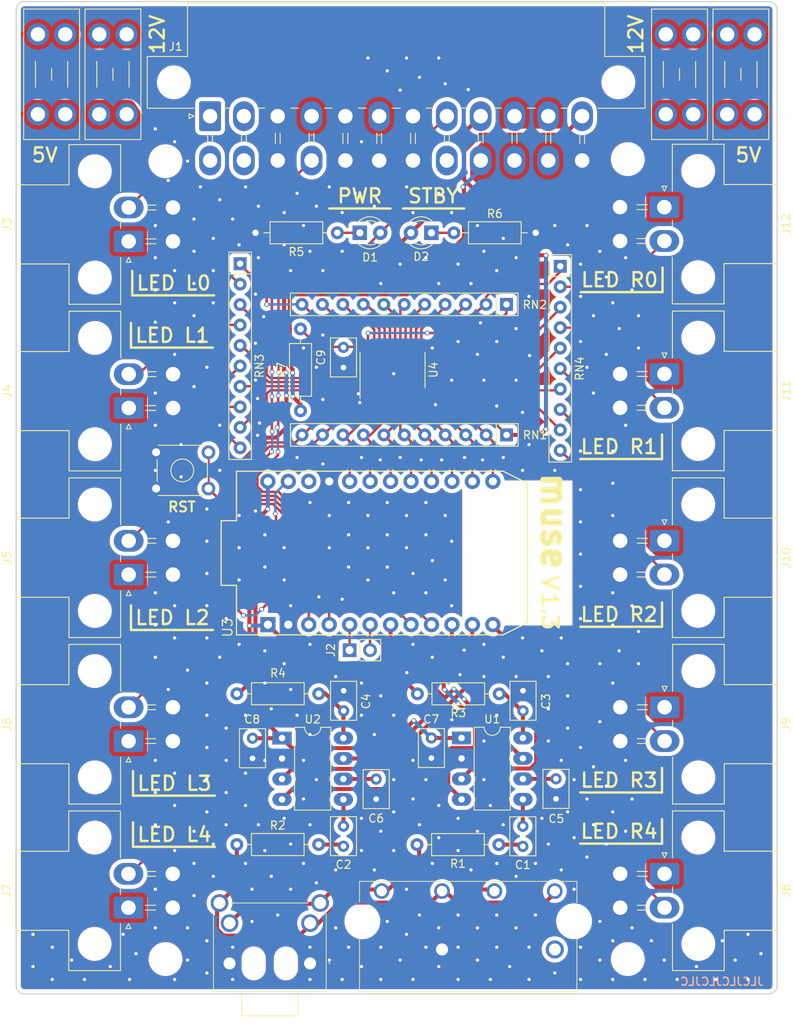
<source format=kicad_pcb>
(kicad_pcb (version 20171130) (host pcbnew "(5.1.8-0-10_14)")
  (layers (0 F.Cu mixed) (31 B.Cu mixed) (34 B.Paste user) (35 F.Paste user) (36 B.SilkS user) (37 F.SilkS user) (38 B.Mask user) (39 F.Mask user) (44 Edge.Cuts user))
  (net 0 "")
  (net 1 "Net-(C1-Pad2)")
  (net 2 "Net-(C1-Pad1)")
  (net 3 "Net-(C2-Pad2)")
  (net 4 "Net-(C2-Pad1)")
  (net 5 GND)
  (net 6 "Net-(C3-Pad1)")
  (net 7 "Net-(C4-Pad1)")
  (net 8 "Net-(C5-Pad1)")
  (net 9 "Net-(C6-Pad1)")
  (net 10 "Net-(C9-Pad1)")
  (net 11 /AUDIO_R)
  (net 12 /AUDIO_L)
  (net 13 /ATX_PWR_OK)
  (net 14 "Net-(D1-Pad1)")
  (net 15 +5VSB)
  (net 16 "Net-(D2-Pad1)")
  (net 17 /LED_PWR_B0)
  (net 18 +12V)
  (net 19 /LED_PWR_B1)
  (net 20 +5V)
  (net 21 "Net-(J1-Pad20)")
  (net 22 /ATX_PWR_ON)
  (net 23 "Net-(J1-Pad14)")
  (net 24 +3.3V)
  (net 25 /DAC)
  (net 26 /WKP)
  (net 27 /LED_0_5V)
  (net 28 /LED_1_5V)
  (net 29 /LED_2_5V)
  (net 30 /LED_3_5V)
  (net 31 /LED_4_5V)
  (net 32 /LED_5_5V)
  (net 33 /LED_6_5V)
  (net 34 /LED_7_5V)
  (net 35 /LED_8_5V)
  (net 36 /LED_9_5V)
  (net 37 /LED_0)
  (net 38 /LED_1)
  (net 39 /LED_2)
  (net 40 /LED_3)
  (net 41 /LED_4)
  (net 42 /LED_5)
  (net 43 /LED_6)
  (net 44 /LED_7)
  (net 45 /LED_8)
  (net 46 /LED_9)
  (net 47 "Net-(RN2-Pad11)")
  (net 48 "Net-(RN2-Pad10)")
  (net 49 "Net-(RN2-Pad9)")
  (net 50 "Net-(RN2-Pad8)")
  (net 51 "Net-(RN2-Pad7)")
  (net 52 "Net-(RN2-Pad6)")
  (net 53 "Net-(RN2-Pad5)")
  (net 54 "Net-(RN2-Pad4)")
  (net 55 "Net-(RN2-Pad3)")
  (net 56 "Net-(RN2-Pad2)")
  (net 57 /~MCU_RST)
  (net 58 /EQ7_STROBE)
  (net 59 /EQ7_RST)
  (net 60 /EQ7_OUT_L)
  (net 61 /EQ7_OUT_R)
  (net 62 "Net-(U3-Pad22)")
  (net 63 +3.3V_REG)
  (module MountingHole:MountingHole_3.2mm_M3 (layer F.Cu) (at 93.853 139.827 90)
    (fp_text reference H4 hide)
    (fp_text value MountingHole)
    (pad 1 np_thru_hole circle (at 0 0 90) (size 3.2 3.2) (drill 3.2) (layers *.Cu *.Mask))
  )
  (module MountingHole:MountingHole_3.2mm_M3 (layer F.Cu) (at 93.853 40.513)
    (fp_text reference H3 hide)
    (fp_text value MountingHole)
    (pad 1 np_thru_hole circle (at 0 0) (size 3.2 3.2) (drill 3.2) (layers *.Cu *.Mask))
  )
  (module MountingHole:MountingHole_3.2mm_M3 (layer F.Cu) (at 36.449 139.827 270)
    (fp_text reference H2 hide)
    (fp_text value MountingHole)
    (pad 1 np_thru_hole circle (at 0 0 270) (size 3.2 3.2) (drill 3.2) (layers *.Cu *.Mask))
  )
  (module MountingHole:MountingHole_3.2mm_M3 (layer F.Cu) (at 36.449 40.767)
    (fp_text reference H1 hide)
    (fp_text value MountingHole)
    (pad 1 np_thru_hole circle (at 0 0) (size 3.2 3.2) (drill 3.2) (layers *.Cu *.Mask))
  )
  (module Capacitor_THT:C_Rect_L4.6mm_W3.0mm_P2.50mm_MKS02_FKP02 (layer F.Cu) (at 58.547 63.881 270)
    (fp_text reference C9 (at 1.25 2.794 90) (layer F.SilkS))
    (fp_text value 0.1uF)
    (pad 2 thru_hole circle (at 2.5 0 270) (size 1.4 1.4) (drill 0.7) (layers *.Cu *.Mask) (net 5 GND))
    (pad 1 thru_hole circle (at 0 0 270) (size 1.4 1.4) (drill 0.7) (layers *.Cu *.Mask) (net 10 "Net-(C9-Pad1)"))
  )
  (module Capacitor_THT:C_Rect_L4.6mm_W3.0mm_P2.50mm_MKS02_FKP02 (layer F.Cu) (at 47.257 114.907 90)
    (fp_text reference C8 (at 4.84 -0.04 180) (layer F.SilkS))
    (fp_text value 0.1uF)
    (pad 2 thru_hole circle (at 2.5 0 90) (size 1.4 1.4) (drill 0.7) (layers *.Cu *.Mask) (net 63 +3.3V_REG))
    (pad 1 thru_hole circle (at 0 0 90) (size 1.4 1.4) (drill 0.7) (layers *.Cu *.Mask) (net 5 GND))
  )
  (module Capacitor_THT:C_Rect_L4.6mm_W3.0mm_P2.50mm_MKS02_FKP02 (layer F.Cu) (at 69.469 114.877 90)
    (fp_text reference C7 (at 4.83 -0.02 180) (layer F.SilkS))
    (fp_text value 0.1uF)
    (pad 2 thru_hole circle (at 2.5 0 90) (size 1.4 1.4) (drill 0.7) (layers *.Cu *.Mask) (net 63 +3.3V_REG))
    (pad 1 thru_hole circle (at 0 0 90) (size 1.4 1.4) (drill 0.7) (layers *.Cu *.Mask) (net 5 GND))
  )
  (module Capacitor_THT:C_Rect_L4.6mm_W3.0mm_P2.50mm_MKS02_FKP02 (layer F.Cu) (at 62.611 117.475 270)
    (fp_text reference C6 (at 4.89 0 180) (layer F.SilkS))
    (fp_text value 0.1uF)
    (pad 2 thru_hole circle (at 2.5 0 270) (size 1.4 1.4) (drill 0.7) (layers *.Cu *.Mask) (net 5 GND))
    (pad 1 thru_hole circle (at 0 0 270) (size 1.4 1.4) (drill 0.7) (layers *.Cu *.Mask) (net 9 "Net-(C6-Pad1)"))
  )
  (module Capacitor_THT:C_Rect_L4.6mm_W3.0mm_P2.50mm_MKS02_FKP02 (layer F.Cu) (at 84.943 117.447 270)
    (fp_text reference C5 (at 4.96 -0.04 180) (layer F.SilkS))
    (fp_text value 0.1uF)
    (pad 2 thru_hole circle (at 2.5 0 270) (size 1.4 1.4) (drill 0.7) (layers *.Cu *.Mask) (net 5 GND))
    (pad 1 thru_hole circle (at 0 0 270) (size 1.4 1.4) (drill 0.7) (layers *.Cu *.Mask) (net 8 "Net-(C5-Pad1)"))
  )
  (module Capacitor_THT:C_Rect_L4.6mm_W3.0mm_P2.50mm_MKS02_FKP02 (layer F.Cu) (at 58.567 109.007 90)
    (fp_text reference C4 (at 1.184 2.774 270) (layer F.SilkS))
    (fp_text value 33pF)
    (pad 2 thru_hole circle (at 2.5 0 90) (size 1.4 1.4) (drill 0.7) (layers *.Cu *.Mask) (net 5 GND))
    (pad 1 thru_hole circle (at 0 0 90) (size 1.4 1.4) (drill 0.7) (layers *.Cu *.Mask) (net 7 "Net-(C4-Pad1)"))
  )
  (module Capacitor_THT:C_Rect_L4.6mm_W3.0mm_P2.50mm_MKS02_FKP02 (layer F.Cu) (at 80.843 109.007 90)
    (fp_text reference C3 (at 1.184 2.85 270) (layer F.SilkS))
    (fp_text value 33pF)
    (pad 2 thru_hole circle (at 2.5 0 90) (size 1.4 1.4) (drill 0.7) (layers *.Cu *.Mask) (net 5 GND))
    (pad 1 thru_hole circle (at 0 0 90) (size 1.4 1.4) (drill 0.7) (layers *.Cu *.Mask) (net 6 "Net-(C3-Pad1)"))
  )
  (module Capacitor_THT:C_Rect_L4.6mm_W3.0mm_P2.50mm_MKS02_FKP02 (layer F.Cu) (at 58.547 123.317 270)
    (fp_text reference C2 (at 4.78 -0.01 180) (layer F.SilkS))
    (fp_text value 0.01uF)
    (pad 2 thru_hole circle (at 2.5 0 270) (size 1.4 1.4) (drill 0.7) (layers *.Cu *.Mask) (net 3 "Net-(C2-Pad2)"))
    (pad 1 thru_hole circle (at 0 0 270) (size 1.4 1.4) (drill 0.7) (layers *.Cu *.Mask) (net 4 "Net-(C2-Pad1)"))
  )
  (module Capacitor_THT:C_Rect_L4.6mm_W3.0mm_P2.50mm_MKS02_FKP02 (layer F.Cu) (at 80.823 123.337 270)
    (fp_text reference C1 (at 4.8 0 180) (layer F.SilkS))
    (fp_text value 0.01uF)
    (pad 2 thru_hole circle (at 2.5 0 270) (size 1.4 1.4) (drill 0.7) (layers *.Cu *.Mask) (net 1 "Net-(C1-Pad2)"))
    (pad 1 thru_hole circle (at 0 0 270) (size 1.4 1.4) (drill 0.7) (layers *.Cu *.Mask) (net 2 "Net-(C1-Pad1)"))
  )
  (module STX-4235-3_3-N:STX423535N (layer F.Cu) (at 49.403 140.365 90)
    (fp_text reference CON2 hide)
    (fp_text value 3.5mm_conn hide)
    (pad 1A thru_hole circle (at 0 5 90) (size 2.2 2.2) (drill 1.5) (layers *.Cu *.Mask) (net 5 GND))
    (pad 2A thru_hole circle (at 7.5 6.25 90) (size 2.2 2.2) (drill 1.5) (layers *.Cu *.Mask) (net 12 /AUDIO_L))
    (pad 5A thru_hole circle (at 7.5 -6.25 90) (size 2.2 2.2) (drill 1.5) (layers *.Cu *.Mask) (net 11 /AUDIO_R))
    (pad 1B thru_hole circle (at 0 -5 90) (size 2.2 2.2) (drill 1.5) (layers *.Cu *.Mask) (net 5 GND))
    (pad 2B thru_hole circle (at 5 -5 90) (size 2.2 2.2) (drill 1.5) (layers *.Cu *.Mask) (net 12 /AUDIO_L))
    (pad 5B thru_hole circle (at 5 5 90) (size 2.2 2.2) (drill 1.5) (layers *.Cu *.Mask) (net 11 /AUDIO_R))
    (pad "" np_thru_hole oval (at 0 2 90) (size 3.2 2) (drill oval 3.2 2) (layers *.Cu *.Mask))
    (pad "" np_thru_hole oval (at 0 -2 90) (size 3.2 2) (drill oval 3.2 2) (layers *.Cu *.Mask))
  )
  (module Package_SO:TSSOP-24_4.4x7.8mm_P0.65mm (layer F.Cu) (at 64.643 66.675 90)
    (fp_text reference U4 (at 0 5.08 90) (layer F.SilkS))
    (fp_text value GTL2010)
    (pad 24 smd roundrect (at 2.8625 -3.575 90) (size 1.475 0.4) (layers F.Cu F.Paste F.Mask) (net 10 "Net-(C9-Pad1)"))
    (pad 23 smd roundrect (at 2.8625 -2.925 90) (size 1.475 0.4) (layers F.Cu F.Paste F.Mask) (net 10 "Net-(C9-Pad1)"))
    (pad 22 smd roundrect (at 2.8625 -2.275 90) (size 1.475 0.4) (layers F.Cu F.Paste F.Mask) (net 47 "Net-(RN2-Pad11)"))
    (pad 21 smd roundrect (at 2.8625 -1.625 90) (size 1.475 0.4) (layers F.Cu F.Paste F.Mask) (net 48 "Net-(RN2-Pad10)"))
    (pad 20 smd roundrect (at 2.8625 -0.975 90) (size 1.475 0.4) (layers F.Cu F.Paste F.Mask) (net 49 "Net-(RN2-Pad9)"))
    (pad 19 smd roundrect (at 2.8625 -0.325 90) (size 1.475 0.4) (layers F.Cu F.Paste F.Mask) (net 50 "Net-(RN2-Pad8)"))
    (pad 18 smd roundrect (at 2.8625 0.325 90) (size 1.475 0.4) (layers F.Cu F.Paste F.Mask) (net 51 "Net-(RN2-Pad7)"))
    (pad 17 smd roundrect (at 2.8625 0.975 90) (size 1.475 0.4) (layers F.Cu F.Paste F.Mask) (net 52 "Net-(RN2-Pad6)"))
    (pad 16 smd roundrect (at 2.8625 1.625 90) (size 1.475 0.4) (layers F.Cu F.Paste F.Mask) (net 53 "Net-(RN2-Pad5)"))
    (pad 15 smd roundrect (at 2.8625 2.275 90) (size 1.475 0.4) (layers F.Cu F.Paste F.Mask) (net 54 "Net-(RN2-Pad4)"))
    (pad 14 smd roundrect (at 2.8625 2.925 90) (size 1.475 0.4) (layers F.Cu F.Paste F.Mask) (net 55 "Net-(RN2-Pad3)"))
    (pad 13 smd roundrect (at 2.8625 3.575 90) (size 1.475 0.4) (layers F.Cu F.Paste F.Mask) (net 56 "Net-(RN2-Pad2)"))
    (pad 12 smd roundrect (at -2.8625 3.575 90) (size 1.475 0.4) (layers F.Cu F.Paste F.Mask) (net 46 /LED_9))
    (pad 11 smd roundrect (at -2.8625 2.925 90) (size 1.475 0.4) (layers F.Cu F.Paste F.Mask) (net 45 /LED_8))
    (pad 10 smd roundrect (at -2.8625 2.275 90) (size 1.475 0.4) (layers F.Cu F.Paste F.Mask) (net 44 /LED_7))
    (pad 9 smd roundrect (at -2.8625 1.625 90) (size 1.475 0.4) (layers F.Cu F.Paste F.Mask) (net 43 /LED_6))
    (pad 8 smd roundrect (at -2.8625 0.975 90) (size 1.475 0.4) (layers F.Cu F.Paste F.Mask) (net 42 /LED_5))
    (pad 7 smd roundrect (at -2.8625 0.325 90) (size 1.475 0.4) (layers F.Cu F.Paste F.Mask) (net 41 /LED_4))
    (pad 6 smd roundrect (at -2.8625 -0.325 90) (size 1.475 0.4) (layers F.Cu F.Paste F.Mask) (net 40 /LED_3))
    (pad 5 smd roundrect (at -2.8625 -0.975 90) (size 1.475 0.4) (layers F.Cu F.Paste F.Mask) (net 39 /LED_2))
    (pad 4 smd roundrect (at -2.8625 -1.625 90) (size 1.475 0.4) (layers F.Cu F.Paste F.Mask) (net 38 /LED_1))
    (pad 3 smd roundrect (at -2.8625 -2.275 90) (size 1.475 0.4) (layers F.Cu F.Paste F.Mask) (net 37 /LED_0))
    (pad 2 smd roundrect (at -2.8625 -2.925 90) (size 1.475 0.4) (layers F.Cu F.Paste F.Mask) (net 24 +3.3V))
    (pad 1 smd roundrect (at -2.8625 -3.575 90) (size 1.475 0.4) (layers F.Cu F.Paste F.Mask) (net 5 GND))
  )
  (module particle:photon_tht (layer F.Cu) (at 63.119 89.415 90)
    (fp_text reference U3 (at -9.25746 -18.95874 90) (layer F.SilkS) (effects (font (size 1.2 1.2))))
    (fp_text value Photon hide)
    (pad 1 thru_hole rect (at -8.88746 -13.95828 90) (size 1.9 1.9) (drill 1.02) (layers *.Cu *.Mask) (net 15 +5VSB))
    (pad 2 thru_hole circle (at -8.88746 -11.41828 90) (size 1.9 1.9) (drill 1.02) (layers *.Cu *.Mask) (net 5 GND))
    (pad 3 thru_hole circle (at -8.88746 -8.87828 90) (size 1.9 1.9) (drill 1.02) (layers *.Cu *.Mask) (net 37 /LED_0))
    (pad 4 thru_hole circle (at -8.88746 -6.33828 90) (size 1.9 1.9) (drill 1.02) (layers *.Cu *.Mask) (net 38 /LED_1))
    (pad 5 thru_hole circle (at -8.88746 -3.79828 90) (size 1.9 1.9) (drill 1.02) (layers *.Cu *.Mask) (net 26 /WKP))
    (pad 6 thru_hole circle (at -8.88746 -1.25828 90) (size 1.9 1.9) (drill 1.02) (layers *.Cu *.Mask) (net 25 /DAC))
    (pad 7 thru_hole circle (at -8.88746 1.28172 90) (size 1.9 1.9) (drill 1.02) (layers *.Cu *.Mask) (net 59 /EQ7_RST))
    (pad 8 thru_hole circle (at -8.88746 3.82172 90) (size 1.9 1.9) (drill 1.02) (layers *.Cu *.Mask) (net 22 /ATX_PWR_ON))
    (pad 9 thru_hole circle (at -8.88746 6.36172 90) (size 1.9 1.9) (drill 1.02) (layers *.Cu *.Mask) (net 13 /ATX_PWR_OK))
    (pad 10 thru_hole circle (at -8.88746 8.90172 90) (size 1.9 1.9) (drill 1.02) (layers *.Cu *.Mask) (net 58 /EQ7_STROBE))
    (pad 11 thru_hole circle (at -8.88746 11.44172 90) (size 1.9 1.9) (drill 1.02) (layers *.Cu *.Mask) (net 61 /EQ7_OUT_R))
    (pad 12 thru_hole circle (at -8.88746 13.98172 90) (size 1.9 1.9) (drill 1.02) (layers *.Cu *.Mask) (net 60 /EQ7_OUT_L))
    (pad 24 thru_hole circle (at 8.89254 -13.95828 90) (size 1.9 1.9) (drill 1.02) (layers *.Cu *.Mask) (net 63 +3.3V_REG))
    (pad 23 thru_hole circle (at 8.89254 -11.41828 90) (size 1.9 1.9) (drill 1.02) (layers *.Cu *.Mask) (net 57 /~MCU_RST))
    (pad 22 thru_hole circle (at 8.89254 -8.87828 90) (size 1.9 1.9) (drill 1.02) (layers *.Cu *.Mask) (net 62 "Net-(U3-Pad22)"))
    (pad 21 thru_hole circle (at 8.89254 -6.33828 90) (size 1.9 1.9) (drill 1.02) (layers *.Cu *.Mask) (net 5 GND))
    (pad 20 thru_hole circle (at 8.89254 -3.79828 90) (size 1.9 1.9) (drill 1.02) (layers *.Cu *.Mask) (net 39 /LED_2))
    (pad 19 thru_hole circle (at 8.89254 -1.25828 90) (size 1.9 1.9) (drill 1.02) (layers *.Cu *.Mask) (net 40 /LED_3))
    (pad 18 thru_hole circle (at 8.89254 1.28172 90) (size 1.9 1.9) (drill 1.02) (layers *.Cu *.Mask) (net 41 /LED_4))
    (pad 17 thru_hole circle (at 8.89254 3.82172 90) (size 1.9 1.9) (drill 1.02) (layers *.Cu *.Mask) (net 42 /LED_5))
    (pad 16 thru_hole circle (at 8.89254 6.36172 90) (size 1.9 1.9) (drill 1.02) (layers *.Cu *.Mask) (net 43 /LED_6))
    (pad 15 thru_hole circle (at 8.89254 8.90172 90) (size 1.9 1.9) (drill 1.02) (layers *.Cu *.Mask) (net 44 /LED_7))
    (pad 14 thru_hole circle (at 8.89254 11.44172 90) (size 1.9 1.9) (drill 1.02) (layers *.Cu *.Mask) (net 45 /LED_8))
    (pad 13 thru_hole circle (at 8.89254 13.98172 90) (size 1.9 1.9) (drill 1.02) (layers *.Cu *.Mask) (net 46 /LED_9))
  )
  (module Package_DIP:DIP-8_W7.62mm_LongPads (layer F.Cu) (at 50.917 112.387)
    (fp_text reference U2 (at 3.81 -2.33) (layer F.SilkS))
    (fp_text value MSGEQ7)
    (pad 1 thru_hole rect (at 0 0) (size 2.4 1.6) (drill 0.8) (layers *.Cu *.Mask) (net 63 +3.3V_REG))
    (pad 5 thru_hole oval (at 7.62 7.62) (size 2.4 1.6) (drill 0.8) (layers *.Cu *.Mask) (net 4 "Net-(C2-Pad1)"))
    (pad 2 thru_hole oval (at 0 2.54) (size 2.4 1.6) (drill 0.8) (layers *.Cu *.Mask) (net 5 GND))
    (pad 6 thru_hole oval (at 7.62 5.08) (size 2.4 1.6) (drill 0.8) (layers *.Cu *.Mask) (net 9 "Net-(C6-Pad1)"))
    (pad 3 thru_hole oval (at 0 5.08) (size 2.4 1.6) (drill 0.8) (layers *.Cu *.Mask) (net 61 /EQ7_OUT_R))
    (pad 7 thru_hole oval (at 7.62 2.54) (size 2.4 1.6) (drill 0.8) (layers *.Cu *.Mask) (net 59 /EQ7_RST))
    (pad 4 thru_hole oval (at 0 7.62) (size 2.4 1.6) (drill 0.8) (layers *.Cu *.Mask) (net 58 /EQ7_STROBE))
    (pad 8 thru_hole oval (at 7.62 0) (size 2.4 1.6) (drill 0.8) (layers *.Cu *.Mask) (net 7 "Net-(C4-Pad1)"))
  )
  (module Package_DIP:DIP-8_W7.62mm_LongPads (layer F.Cu) (at 73.213 112.377)
    (fp_text reference U1 (at 3.81 -2.33) (layer F.SilkS))
    (fp_text value MSGEQ7)
    (pad 1 thru_hole rect (at 0 0) (size 2.4 1.6) (drill 0.8) (layers *.Cu *.Mask) (net 63 +3.3V_REG))
    (pad 5 thru_hole oval (at 7.62 7.62) (size 2.4 1.6) (drill 0.8) (layers *.Cu *.Mask) (net 2 "Net-(C1-Pad1)"))
    (pad 2 thru_hole oval (at 0 2.54) (size 2.4 1.6) (drill 0.8) (layers *.Cu *.Mask) (net 5 GND))
    (pad 6 thru_hole oval (at 7.62 5.08) (size 2.4 1.6) (drill 0.8) (layers *.Cu *.Mask) (net 8 "Net-(C5-Pad1)"))
    (pad 3 thru_hole oval (at 0 5.08) (size 2.4 1.6) (drill 0.8) (layers *.Cu *.Mask) (net 60 /EQ7_OUT_L))
    (pad 7 thru_hole oval (at 7.62 2.54) (size 2.4 1.6) (drill 0.8) (layers *.Cu *.Mask) (net 59 /EQ7_RST))
    (pad 4 thru_hole oval (at 0 7.62) (size 2.4 1.6) (drill 0.8) (layers *.Cu *.Mask) (net 58 /EQ7_STROBE))
    (pad 8 thru_hole oval (at 7.62 0) (size 2.4 1.6) (drill 0.8) (layers *.Cu *.Mask) (net 6 "Net-(C3-Pad1)"))
  )
  (module Button_Switch_THT:SW_TH_Tactile_Omron_B3F-10xx (layer F.Cu) (at 41.783 81.407 180)
    (fp_text reference SW1 hide)
    (fp_text value MCU_RST)
    (pad 1 thru_hole circle (at 0 0 180) (size 1.7 1.7) (drill 1) (layers *.Cu *.Mask) (net 57 /~MCU_RST))
    (pad 2 thru_hole circle (at 6.5 0 180) (size 1.7 1.7) (drill 1) (layers *.Cu *.Mask) (net 5 GND))
    (pad 3 thru_hole circle (at 0 4.5 180) (size 1.7 1.7) (drill 1) (layers *.Cu *.Mask) (net 57 /~MCU_RST))
    (pad 4 thru_hole circle (at 6.5 4.5 180) (size 1.7 1.7) (drill 1) (layers *.Cu *.Mask) (net 5 GND))
  )
  (module Resistor_THT:R_Array_SIP10 (layer F.Cu) (at 85.471 53.815 270)
    (fp_text reference RN4 (at 12.7 -2.4 90) (layer F.SilkS))
    (fp_text value 500)
    (pad 10 thru_hole oval (at 22.86 0 270) (size 1.6 1.6) (drill 0.8) (layers *.Cu *.Mask) (net 32 /LED_5_5V))
    (pad 9 thru_hole oval (at 20.32 0 270) (size 1.6 1.6) (drill 0.8) (layers *.Cu *.Mask) (net 52 "Net-(RN2-Pad6)"))
    (pad 8 thru_hole oval (at 17.78 0 270) (size 1.6 1.6) (drill 0.8) (layers *.Cu *.Mask) (net 33 /LED_6_5V))
    (pad 7 thru_hole oval (at 15.24 0 270) (size 1.6 1.6) (drill 0.8) (layers *.Cu *.Mask) (net 53 "Net-(RN2-Pad5)"))
    (pad 6 thru_hole oval (at 12.7 0 270) (size 1.6 1.6) (drill 0.8) (layers *.Cu *.Mask) (net 34 /LED_7_5V))
    (pad 5 thru_hole oval (at 10.16 0 270) (size 1.6 1.6) (drill 0.8) (layers *.Cu *.Mask) (net 54 "Net-(RN2-Pad4)"))
    (pad 4 thru_hole oval (at 7.62 0 270) (size 1.6 1.6) (drill 0.8) (layers *.Cu *.Mask) (net 35 /LED_8_5V))
    (pad 3 thru_hole oval (at 5.08 0 270) (size 1.6 1.6) (drill 0.8) (layers *.Cu *.Mask) (net 55 "Net-(RN2-Pad3)"))
    (pad 2 thru_hole oval (at 2.54 0 270) (size 1.6 1.6) (drill 0.8) (layers *.Cu *.Mask) (net 36 /LED_9_5V))
    (pad 1 thru_hole rect (at 0 0 270) (size 1.6 1.6) (drill 0.8) (layers *.Cu *.Mask) (net 56 "Net-(RN2-Pad2)"))
  )
  (module Resistor_THT:R_Array_SIP10 (layer F.Cu) (at 45.715 53.491 270)
    (fp_text reference RN3 (at 12.7 -2.4 90) (layer F.SilkS))
    (fp_text value 500)
    (pad 10 thru_hole oval (at 22.86 0 270) (size 1.6 1.6) (drill 0.8) (layers *.Cu *.Mask) (net 31 /LED_4_5V))
    (pad 9 thru_hole oval (at 20.32 0 270) (size 1.6 1.6) (drill 0.8) (layers *.Cu *.Mask) (net 51 "Net-(RN2-Pad7)"))
    (pad 8 thru_hole oval (at 17.78 0 270) (size 1.6 1.6) (drill 0.8) (layers *.Cu *.Mask) (net 30 /LED_3_5V))
    (pad 7 thru_hole oval (at 15.24 0 270) (size 1.6 1.6) (drill 0.8) (layers *.Cu *.Mask) (net 50 "Net-(RN2-Pad8)"))
    (pad 6 thru_hole oval (at 12.7 0 270) (size 1.6 1.6) (drill 0.8) (layers *.Cu *.Mask) (net 29 /LED_2_5V))
    (pad 5 thru_hole oval (at 10.16 0 270) (size 1.6 1.6) (drill 0.8) (layers *.Cu *.Mask) (net 49 "Net-(RN2-Pad9)"))
    (pad 4 thru_hole oval (at 7.62 0 270) (size 1.6 1.6) (drill 0.8) (layers *.Cu *.Mask) (net 28 /LED_1_5V))
    (pad 3 thru_hole oval (at 5.08 0 270) (size 1.6 1.6) (drill 0.8) (layers *.Cu *.Mask) (net 48 "Net-(RN2-Pad10)"))
    (pad 2 thru_hole oval (at 2.54 0 270) (size 1.6 1.6) (drill 0.8) (layers *.Cu *.Mask) (net 27 /LED_0_5V))
    (pad 1 thru_hole rect (at 0 0 270) (size 1.6 1.6) (drill 0.8) (layers *.Cu *.Mask) (net 47 "Net-(RN2-Pad11)"))
  )
  (module Resistor_THT:R_Array_SIP11 (layer F.Cu) (at 78.795 58.547 180)
    (fp_text reference RN2 (at -3.52 -0.04) (layer F.SilkS))
    (fp_text value 470)
    (pad 11 thru_hole oval (at 25.4 0 180) (size 1.6 1.6) (drill 0.8) (layers *.Cu *.Mask) (net 47 "Net-(RN2-Pad11)"))
    (pad 10 thru_hole oval (at 22.86 0 180) (size 1.6 1.6) (drill 0.8) (layers *.Cu *.Mask) (net 48 "Net-(RN2-Pad10)"))
    (pad 9 thru_hole oval (at 20.32 0 180) (size 1.6 1.6) (drill 0.8) (layers *.Cu *.Mask) (net 49 "Net-(RN2-Pad9)"))
    (pad 8 thru_hole oval (at 17.78 0 180) (size 1.6 1.6) (drill 0.8) (layers *.Cu *.Mask) (net 50 "Net-(RN2-Pad8)"))
    (pad 7 thru_hole oval (at 15.24 0 180) (size 1.6 1.6) (drill 0.8) (layers *.Cu *.Mask) (net 51 "Net-(RN2-Pad7)"))
    (pad 6 thru_hole oval (at 12.7 0 180) (size 1.6 1.6) (drill 0.8) (layers *.Cu *.Mask) (net 52 "Net-(RN2-Pad6)"))
    (pad 5 thru_hole oval (at 10.16 0 180) (size 1.6 1.6) (drill 0.8) (layers *.Cu *.Mask) (net 53 "Net-(RN2-Pad5)"))
    (pad 4 thru_hole oval (at 7.62 0 180) (size 1.6 1.6) (drill 0.8) (layers *.Cu *.Mask) (net 54 "Net-(RN2-Pad4)"))
    (pad 3 thru_hole oval (at 5.08 0 180) (size 1.6 1.6) (drill 0.8) (layers *.Cu *.Mask) (net 55 "Net-(RN2-Pad3)"))
    (pad 2 thru_hole oval (at 2.54 0 180) (size 1.6 1.6) (drill 0.8) (layers *.Cu *.Mask) (net 56 "Net-(RN2-Pad2)"))
    (pad 1 thru_hole rect (at 0 0 180) (size 1.6 1.6) (drill 0.8) (layers *.Cu *.Mask) (net 10 "Net-(C9-Pad1)"))
  )
  (module Resistor_THT:R_Array_SIP11 (layer F.Cu) (at 78.805 74.751 180)
    (fp_text reference RN1 (at -3.53 -0.02) (layer F.SilkS))
    (fp_text value 300)
    (pad 11 thru_hole oval (at 25.4 0 180) (size 1.6 1.6) (drill 0.8) (layers *.Cu *.Mask) (net 37 /LED_0))
    (pad 10 thru_hole oval (at 22.86 0 180) (size 1.6 1.6) (drill 0.8) (layers *.Cu *.Mask) (net 38 /LED_1))
    (pad 9 thru_hole oval (at 20.32 0 180) (size 1.6 1.6) (drill 0.8) (layers *.Cu *.Mask) (net 39 /LED_2))
    (pad 8 thru_hole oval (at 17.78 0 180) (size 1.6 1.6) (drill 0.8) (layers *.Cu *.Mask) (net 40 /LED_3))
    (pad 7 thru_hole oval (at 15.24 0 180) (size 1.6 1.6) (drill 0.8) (layers *.Cu *.Mask) (net 41 /LED_4))
    (pad 6 thru_hole oval (at 12.7 0 180) (size 1.6 1.6) (drill 0.8) (layers *.Cu *.Mask) (net 42 /LED_5))
    (pad 5 thru_hole oval (at 10.16 0 180) (size 1.6 1.6) (drill 0.8) (layers *.Cu *.Mask) (net 43 /LED_6))
    (pad 4 thru_hole oval (at 7.62 0 180) (size 1.6 1.6) (drill 0.8) (layers *.Cu *.Mask) (net 44 /LED_7))
    (pad 3 thru_hole oval (at 5.08 0 180) (size 1.6 1.6) (drill 0.8) (layers *.Cu *.Mask) (net 45 /LED_8))
    (pad 2 thru_hole oval (at 2.54 0 180) (size 1.6 1.6) (drill 0.8) (layers *.Cu *.Mask) (net 46 /LED_9))
    (pad 1 thru_hole rect (at 0 0 180) (size 1.6 1.6) (drill 0.8) (layers *.Cu *.Mask) (net 24 +3.3V))
  )
  (module Resistor_THT:R_Axial_DIN0207_L6.3mm_D2.5mm_P10.16mm_Horizontal (layer F.Cu) (at 53.213 71.755 90)
    (fp_text reference R7 (at 5.08 -2.37 90) (layer F.SilkS))
    (fp_text value 200k)
    (pad 2 thru_hole oval (at 10.16 0 90) (size 1.6 1.6) (drill 0.8) (layers *.Cu *.Mask) (net 10 "Net-(C9-Pad1)"))
    (pad 1 thru_hole circle (at 0 0 90) (size 1.6 1.6) (drill 0.8) (layers *.Cu *.Mask) (net 20 +5V))
  )
  (module Resistor_THT:R_Axial_DIN0207_L6.3mm_D2.5mm_P10.16mm_Horizontal (layer F.Cu) (at 72.263 49.657)
    (fp_text reference R6 (at 5.08 -2.37) (layer F.SilkS))
    (fp_text value 270)
    (pad 2 thru_hole oval (at 10.16 0) (size 1.6 1.6) (drill 0.8) (layers *.Cu *.Mask) (net 5 GND))
    (pad 1 thru_hole circle (at 0 0) (size 1.6 1.6) (drill 0.8) (layers *.Cu *.Mask) (net 16 "Net-(D2-Pad1)"))
  )
  (module Resistor_THT:R_Axial_DIN0207_L6.3mm_D2.5mm_P10.16mm_Horizontal (layer F.Cu) (at 57.785 49.657 180)
    (fp_text reference R5 (at 5.08 -2.37) (layer F.SilkS))
    (fp_text value 270)
    (pad 2 thru_hole oval (at 10.16 0 180) (size 1.6 1.6) (drill 0.8) (layers *.Cu *.Mask) (net 5 GND))
    (pad 1 thru_hole circle (at 0 0 180) (size 1.6 1.6) (drill 0.8) (layers *.Cu *.Mask) (net 14 "Net-(D1-Pad1)"))
  )
  (module Resistor_THT:R_Axial_DIN0207_L6.3mm_D2.5mm_P10.16mm_Horizontal (layer F.Cu) (at 55.477 106.887 180)
    (fp_text reference R4 (at 5.06 2.56) (layer F.SilkS))
    (fp_text value 200k)
    (pad 2 thru_hole oval (at 10.16 0 180) (size 1.6 1.6) (drill 0.8) (layers *.Cu *.Mask) (net 15 +5VSB))
    (pad 1 thru_hole circle (at 0 0 180) (size 1.6 1.6) (drill 0.8) (layers *.Cu *.Mask) (net 7 "Net-(C4-Pad1)"))
  )
  (module Resistor_THT:R_Axial_DIN0207_L6.3mm_D2.5mm_P10.16mm_Horizontal (layer F.Cu) (at 77.893 106.897 180)
    (fp_text reference R3 (at 5.08 -2.37) (layer F.SilkS))
    (fp_text value 200k)
    (pad 2 thru_hole oval (at 10.16 0 180) (size 1.6 1.6) (drill 0.8) (layers *.Cu *.Mask) (net 15 +5VSB))
    (pad 1 thru_hole circle (at 0 0 180) (size 1.6 1.6) (drill 0.8) (layers *.Cu *.Mask) (net 6 "Net-(C3-Pad1)"))
  )
  (module Resistor_THT:R_Axial_DIN0207_L6.3mm_D2.5mm_P10.16mm_Horizontal (layer F.Cu) (at 45.307 125.607)
    (fp_text reference R2 (at 5.08 -2.37) (layer F.SilkS))
    (fp_text value 22k)
    (pad 2 thru_hole oval (at 10.16 0) (size 1.6 1.6) (drill 0.8) (layers *.Cu *.Mask) (net 3 "Net-(C2-Pad2)"))
    (pad 1 thru_hole circle (at 0 0) (size 1.6 1.6) (drill 0.8) (layers *.Cu *.Mask) (net 11 /AUDIO_R))
  )
  (module Resistor_THT:R_Axial_DIN0207_L6.3mm_D2.5mm_P10.16mm_Horizontal (layer F.Cu) (at 77.843 125.617 180)
    (fp_text reference R1 (at 5.08 -2.37) (layer F.SilkS))
    (fp_text value 22k)
    (pad 2 thru_hole oval (at 10.16 0 180) (size 1.6 1.6) (drill 0.8) (layers *.Cu *.Mask) (net 12 /AUDIO_L))
    (pad 1 thru_hole circle (at 0 0 180) (size 1.6 1.6) (drill 0.8) (layers *.Cu *.Mask) (net 1 "Net-(C1-Pad2)"))
  )
  (module Connector_Molex:Molex_Mini-Fit_Jr_5569-04A1_2x02_P4.20mm_Horizontal (layer F.Cu) (at 98.397 46.473 270)
    (fp_text reference J12 (at 2.1 -15.1 90) (layer F.SilkS))
    (fp_text value LED_9)
    (pad 1 thru_hole roundrect (at 0 0 270) (size 2.7 3.7) (drill 1.8) (layers *.Cu *.Mask) (roundrect_rratio 0.09259296296296296) (net 19 /LED_PWR_B1))
    (pad 2 thru_hole oval (at 4.2 0 270) (size 2.7 3.7) (drill 1.8) (layers *.Cu *.Mask) (net 36 /LED_9_5V))
    (pad 3 thru_hole oval (at 0 5.5 270) (size 2.7 3.7) (drill 1.8) (layers *.Cu *.Mask) (net 5 GND))
    (pad 4 thru_hole oval (at 4.2 5.5 270) (size 2.7 3.7) (drill 1.8) (layers *.Cu *.Mask) (net 5 GND))
    (pad "" np_thru_hole circle (at -4.5 -4.2 270) (size 3.2 3.2) (drill 3.2) (layers *.Cu *.Mask))
    (pad "" np_thru_hole circle (at 8.7 -4.2 270) (size 3.2 3.2) (drill 3.2) (layers *.Cu *.Mask))
  )
  (module Connector_Molex:Molex_Mini-Fit_Jr_5569-04A1_2x02_P4.20mm_Horizontal (layer F.Cu) (at 98.407 67.183 270)
    (fp_text reference J11 (at 2.1 -15.1 90) (layer F.SilkS))
    (fp_text value LED_8)
    (pad 1 thru_hole roundrect (at 0 0 270) (size 2.7 3.7) (drill 1.8) (layers *.Cu *.Mask) (roundrect_rratio 0.09259296296296296) (net 19 /LED_PWR_B1))
    (pad 2 thru_hole oval (at 4.2 0 270) (size 2.7 3.7) (drill 1.8) (layers *.Cu *.Mask) (net 35 /LED_8_5V))
    (pad 3 thru_hole oval (at 0 5.5 270) (size 2.7 3.7) (drill 1.8) (layers *.Cu *.Mask) (net 5 GND))
    (pad 4 thru_hole oval (at 4.2 5.5 270) (size 2.7 3.7) (drill 1.8) (layers *.Cu *.Mask) (net 5 GND))
    (pad "" np_thru_hole circle (at -4.5 -4.2 270) (size 3.2 3.2) (drill 3.2) (layers *.Cu *.Mask))
    (pad "" np_thru_hole circle (at 8.7 -4.2 270) (size 3.2 3.2) (drill 3.2) (layers *.Cu *.Mask))
  )
  (module Connector_Molex:Molex_Mini-Fit_Jr_5569-04A1_2x02_P4.20mm_Horizontal (layer F.Cu) (at 98.407 87.893 270)
    (fp_text reference J10 (at 2.1 -15.1 90) (layer F.SilkS))
    (fp_text value LED_7)
    (pad 1 thru_hole roundrect (at 0 0 270) (size 2.7 3.7) (drill 1.8) (layers *.Cu *.Mask) (roundrect_rratio 0.09259296296296296) (net 19 /LED_PWR_B1))
    (pad 2 thru_hole oval (at 4.2 0 270) (size 2.7 3.7) (drill 1.8) (layers *.Cu *.Mask) (net 34 /LED_7_5V))
    (pad 3 thru_hole oval (at 0 5.5 270) (size 2.7 3.7) (drill 1.8) (layers *.Cu *.Mask) (net 5 GND))
    (pad 4 thru_hole oval (at 4.2 5.5 270) (size 2.7 3.7) (drill 1.8) (layers *.Cu *.Mask) (net 5 GND))
    (pad "" np_thru_hole circle (at -4.5 -4.2 270) (size 3.2 3.2) (drill 3.2) (layers *.Cu *.Mask))
    (pad "" np_thru_hole circle (at 8.7 -4.2 270) (size 3.2 3.2) (drill 3.2) (layers *.Cu *.Mask))
  )
  (module Connector_Molex:Molex_Mini-Fit_Jr_5569-04A1_2x02_P4.20mm_Horizontal (layer F.Cu) (at 98.427 108.563 270)
    (fp_text reference J9 (at 2.1 -15.1 90) (layer F.SilkS))
    (fp_text value LED_6)
    (pad 1 thru_hole roundrect (at 0 0 270) (size 2.7 3.7) (drill 1.8) (layers *.Cu *.Mask) (roundrect_rratio 0.09259296296296296) (net 19 /LED_PWR_B1))
    (pad 2 thru_hole oval (at 4.2 0 270) (size 2.7 3.7) (drill 1.8) (layers *.Cu *.Mask) (net 33 /LED_6_5V))
    (pad 3 thru_hole oval (at 0 5.5 270) (size 2.7 3.7) (drill 1.8) (layers *.Cu *.Mask) (net 5 GND))
    (pad 4 thru_hole oval (at 4.2 5.5 270) (size 2.7 3.7) (drill 1.8) (layers *.Cu *.Mask) (net 5 GND))
    (pad "" np_thru_hole circle (at -4.5 -4.2 270) (size 3.2 3.2) (drill 3.2) (layers *.Cu *.Mask))
    (pad "" np_thru_hole circle (at 8.7 -4.2 270) (size 3.2 3.2) (drill 3.2) (layers *.Cu *.Mask))
  )
  (module Connector_Molex:Molex_Mini-Fit_Jr_5569-04A1_2x02_P4.20mm_Horizontal (layer F.Cu) (at 98.417 129.243 270)
    (fp_text reference J8 (at 2.1 -15.1 90) (layer F.SilkS))
    (fp_text value LED_5)
    (pad 1 thru_hole roundrect (at 0 0 270) (size 2.7 3.7) (drill 1.8) (layers *.Cu *.Mask) (roundrect_rratio 0.09259296296296296) (net 19 /LED_PWR_B1))
    (pad 2 thru_hole oval (at 4.2 0 270) (size 2.7 3.7) (drill 1.8) (layers *.Cu *.Mask) (net 32 /LED_5_5V))
    (pad 3 thru_hole oval (at 0 5.5 270) (size 2.7 3.7) (drill 1.8) (layers *.Cu *.Mask) (net 5 GND))
    (pad 4 thru_hole oval (at 4.2 5.5 270) (size 2.7 3.7) (drill 1.8) (layers *.Cu *.Mask) (net 5 GND))
    (pad "" np_thru_hole circle (at -4.5 -4.2 270) (size 3.2 3.2) (drill 3.2) (layers *.Cu *.Mask))
    (pad "" np_thru_hole circle (at 8.7 -4.2 270) (size 3.2 3.2) (drill 3.2) (layers *.Cu *.Mask))
  )
  (module Connector_Molex:Molex_Mini-Fit_Jr_5569-04A1_2x02_P4.20mm_Horizontal (layer F.Cu) (at 31.845 133.447 90)
    (fp_text reference J7 (at 2.1 -15.1 90) (layer F.SilkS))
    (fp_text value LED_4)
    (pad 1 thru_hole roundrect (at 0 0 90) (size 2.7 3.7) (drill 1.8) (layers *.Cu *.Mask) (roundrect_rratio 0.09259296296296296) (net 17 /LED_PWR_B0))
    (pad 2 thru_hole oval (at 4.2 0 90) (size 2.7 3.7) (drill 1.8) (layers *.Cu *.Mask) (net 31 /LED_4_5V))
    (pad 3 thru_hole oval (at 0 5.5 90) (size 2.7 3.7) (drill 1.8) (layers *.Cu *.Mask) (net 5 GND))
    (pad 4 thru_hole oval (at 4.2 5.5 90) (size 2.7 3.7) (drill 1.8) (layers *.Cu *.Mask) (net 5 GND))
    (pad "" np_thru_hole circle (at -4.5 -4.2 90) (size 3.2 3.2) (drill 3.2) (layers *.Cu *.Mask))
    (pad "" np_thru_hole circle (at 8.7 -4.2 90) (size 3.2 3.2) (drill 3.2) (layers *.Cu *.Mask))
  )
  (module Connector_Molex:Molex_Mini-Fit_Jr_5569-04A1_2x02_P4.20mm_Horizontal (layer F.Cu) (at 31.865 112.767 90)
    (fp_text reference J6 (at 2.1 -15.1 90) (layer F.SilkS))
    (fp_text value LED_3)
    (pad 1 thru_hole roundrect (at 0 0 90) (size 2.7 3.7) (drill 1.8) (layers *.Cu *.Mask) (roundrect_rratio 0.09259296296296296) (net 17 /LED_PWR_B0))
    (pad 2 thru_hole oval (at 4.2 0 90) (size 2.7 3.7) (drill 1.8) (layers *.Cu *.Mask) (net 30 /LED_3_5V))
    (pad 3 thru_hole oval (at 0 5.5 90) (size 2.7 3.7) (drill 1.8) (layers *.Cu *.Mask) (net 5 GND))
    (pad 4 thru_hole oval (at 4.2 5.5 90) (size 2.7 3.7) (drill 1.8) (layers *.Cu *.Mask) (net 5 GND))
    (pad "" np_thru_hole circle (at -4.5 -4.2 90) (size 3.2 3.2) (drill 3.2) (layers *.Cu *.Mask))
    (pad "" np_thru_hole circle (at 8.7 -4.2 90) (size 3.2 3.2) (drill 3.2) (layers *.Cu *.Mask))
  )
  (module Connector_Molex:Molex_Mini-Fit_Jr_5569-04A1_2x02_P4.20mm_Horizontal (layer F.Cu) (at 31.875 92.097 90)
    (fp_text reference J5 (at 2.1 -15.1 90) (layer F.SilkS))
    (fp_text value LED_2)
    (pad 1 thru_hole roundrect (at 0 0 90) (size 2.7 3.7) (drill 1.8) (layers *.Cu *.Mask) (roundrect_rratio 0.09259296296296296) (net 17 /LED_PWR_B0))
    (pad 2 thru_hole oval (at 4.2 0 90) (size 2.7 3.7) (drill 1.8) (layers *.Cu *.Mask) (net 29 /LED_2_5V))
    (pad 3 thru_hole oval (at 0 5.5 90) (size 2.7 3.7) (drill 1.8) (layers *.Cu *.Mask) (net 5 GND))
    (pad 4 thru_hole oval (at 4.2 5.5 90) (size 2.7 3.7) (drill 1.8) (layers *.Cu *.Mask) (net 5 GND))
    (pad "" np_thru_hole circle (at -4.5 -4.2 90) (size 3.2 3.2) (drill 3.2) (layers *.Cu *.Mask))
    (pad "" np_thru_hole circle (at 8.7 -4.2 90) (size 3.2 3.2) (drill 3.2) (layers *.Cu *.Mask))
  )
  (module Connector_Molex:Molex_Mini-Fit_Jr_5569-04A1_2x02_P4.20mm_Horizontal (layer F.Cu) (at 31.885 71.407 90)
    (fp_text reference J4 (at 2.1 -15.1 90) (layer F.SilkS))
    (fp_text value LED_1)
    (pad 1 thru_hole roundrect (at 0 0 90) (size 2.7 3.7) (drill 1.8) (layers *.Cu *.Mask) (roundrect_rratio 0.09259296296296296) (net 17 /LED_PWR_B0))
    (pad 2 thru_hole oval (at 4.2 0 90) (size 2.7 3.7) (drill 1.8) (layers *.Cu *.Mask) (net 28 /LED_1_5V))
    (pad 3 thru_hole oval (at 0 5.5 90) (size 2.7 3.7) (drill 1.8) (layers *.Cu *.Mask) (net 5 GND))
    (pad 4 thru_hole oval (at 4.2 5.5 90) (size 2.7 3.7) (drill 1.8) (layers *.Cu *.Mask) (net 5 GND))
    (pad "" np_thru_hole circle (at -4.5 -4.2 90) (size 3.2 3.2) (drill 3.2) (layers *.Cu *.Mask))
    (pad "" np_thru_hole circle (at 8.7 -4.2 90) (size 3.2 3.2) (drill 3.2) (layers *.Cu *.Mask))
  )
  (module Connector_Molex:Molex_Mini-Fit_Jr_5569-04A1_2x02_P4.20mm_Horizontal (layer F.Cu) (at 31.875 50.717 90)
    (fp_text reference J3 (at 2.1 -15.1 90) (layer F.SilkS))
    (fp_text value LED_0)
    (pad 1 thru_hole roundrect (at 0 0 90) (size 2.7 3.7) (drill 1.8) (layers *.Cu *.Mask) (roundrect_rratio 0.09259296296296296) (net 17 /LED_PWR_B0))
    (pad 2 thru_hole oval (at 4.2 0 90) (size 2.7 3.7) (drill 1.8) (layers *.Cu *.Mask) (net 27 /LED_0_5V))
    (pad 3 thru_hole oval (at 0 5.5 90) (size 2.7 3.7) (drill 1.8) (layers *.Cu *.Mask) (net 5 GND))
    (pad 4 thru_hole oval (at 4.2 5.5 90) (size 2.7 3.7) (drill 1.8) (layers *.Cu *.Mask) (net 5 GND))
    (pad "" np_thru_hole circle (at -4.5 -4.2 90) (size 3.2 3.2) (drill 3.2) (layers *.Cu *.Mask))
    (pad "" np_thru_hole circle (at 8.7 -4.2 90) (size 3.2 3.2) (drill 3.2) (layers *.Cu *.Mask))
  )
  (module Connector_PinHeader_2.54mm:PinHeader_1x02_P2.54mm_Vertical (layer F.Cu) (at 59.309 101.473 90)
    (fp_text reference J2 (at 0 -2.33 90) (layer F.SilkS))
    (fp_text value AUX)
    (pad 2 thru_hole oval (at 0 2.54 90) (size 1.7 1.7) (drill 1) (layers *.Cu *.Mask) (net 25 /DAC))
    (pad 1 thru_hole rect (at 0 0 90) (size 1.7 1.7) (drill 1) (layers *.Cu *.Mask) (net 26 /WKP))
  )
  (module Connector_Molex:Molex_Mini-Fit_Jr_5569-24A1_2x12_P4.20mm_Horizontal (layer F.Cu) (at 41.985 35.179)
    (fp_text reference J1 (at -4.266 -8.636) (layer F.SilkS))
    (fp_text value ATX-24)
    (pad 1 thru_hole roundrect (at 0 0) (size 2.7 3.7) (drill 1.8) (layers *.Cu *.Mask) (roundrect_rratio 0.09259296296296296) (net 24 +3.3V))
    (pad 2 thru_hole oval (at 4.2 0) (size 2.7 3.7) (drill 1.8) (layers *.Cu *.Mask) (net 24 +3.3V))
    (pad 3 thru_hole oval (at 8.4 0) (size 2.7 3.7) (drill 1.8) (layers *.Cu *.Mask) (net 5 GND))
    (pad 4 thru_hole oval (at 12.6 0) (size 2.7 3.7) (drill 1.8) (layers *.Cu *.Mask) (net 20 +5V))
    (pad 5 thru_hole oval (at 16.8 0) (size 2.7 3.7) (drill 1.8) (layers *.Cu *.Mask) (net 5 GND))
    (pad 6 thru_hole oval (at 21 0) (size 2.7 3.7) (drill 1.8) (layers *.Cu *.Mask) (net 20 +5V))
    (pad 7 thru_hole oval (at 25.2 0) (size 2.7 3.7) (drill 1.8) (layers *.Cu *.Mask) (net 5 GND))
    (pad 8 thru_hole oval (at 29.4 0) (size 2.7 3.7) (drill 1.8) (layers *.Cu *.Mask) (net 13 /ATX_PWR_OK))
    (pad 9 thru_hole oval (at 33.6 0) (size 2.7 3.7) (drill 1.8) (layers *.Cu *.Mask) (net 15 +5VSB))
    (pad 10 thru_hole oval (at 37.8 0) (size 2.7 3.7) (drill 1.8) (layers *.Cu *.Mask) (net 18 +12V))
    (pad 11 thru_hole oval (at 42 0) (size 2.7 3.7) (drill 1.8) (layers *.Cu *.Mask) (net 18 +12V))
    (pad 12 thru_hole oval (at 46.2 0) (size 2.7 3.7) (drill 1.8) (layers *.Cu *.Mask) (net 24 +3.3V))
    (pad 13 thru_hole oval (at 0 5.5) (size 2.7 3.7) (drill 1.8) (layers *.Cu *.Mask) (net 24 +3.3V))
    (pad 14 thru_hole oval (at 4.2 5.5) (size 2.7 3.7) (drill 1.8) (layers *.Cu *.Mask) (net 23 "Net-(J1-Pad14)"))
    (pad 15 thru_hole oval (at 8.4 5.5) (size 2.7 3.7) (drill 1.8) (layers *.Cu *.Mask) (net 5 GND))
    (pad 16 thru_hole oval (at 12.6 5.5) (size 2.7 3.7) (drill 1.8) (layers *.Cu *.Mask) (net 22 /ATX_PWR_ON))
    (pad 17 thru_hole oval (at 16.8 5.5) (size 2.7 3.7) (drill 1.8) (layers *.Cu *.Mask) (net 5 GND))
    (pad 18 thru_hole oval (at 21 5.5) (size 2.7 3.7) (drill 1.8) (layers *.Cu *.Mask) (net 5 GND))
    (pad 19 thru_hole oval (at 25.2 5.5) (size 2.7 3.7) (drill 1.8) (layers *.Cu *.Mask) (net 5 GND))
    (pad 20 thru_hole oval (at 29.4 5.5) (size 2.7 3.7) (drill 1.8) (layers *.Cu *.Mask) (net 21 "Net-(J1-Pad20)"))
    (pad 21 thru_hole oval (at 33.6 5.5) (size 2.7 3.7) (drill 1.8) (layers *.Cu *.Mask) (net 20 +5V))
    (pad 22 thru_hole oval (at 37.8 5.5) (size 2.7 3.7) (drill 1.8) (layers *.Cu *.Mask) (net 20 +5V))
    (pad 23 thru_hole oval (at 42 5.5) (size 2.7 3.7) (drill 1.8) (layers *.Cu *.Mask) (net 20 +5V))
    (pad 24 thru_hole oval (at 46.2 5.5) (size 2.7 3.7) (drill 1.8) (layers *.Cu *.Mask) (net 5 GND))
    (pad "" np_thru_hole circle (at -4.5 -4.2) (size 3.2 3.2) (drill 3.2) (layers *.Cu *.Mask))
    (pad "" np_thru_hole circle (at 50.7 -4.2) (size 3.2 3.2) (drill 3.2) (layers *.Cu *.Mask))
  )
  (module Fuse:Fuseholder_Blade_Mini_Keystone_3568 (layer F.Cu) (at 109.601 25.019 270)
    (fp_text reference F4 hide)
    (fp_text value LED_PWR_5V_B1)
    (pad 2 thru_hole circle (at 9.92 3.4 270) (size 2.78 2.78) (drill 1.78) (layers *.Cu *.Mask) (net 19 /LED_PWR_B1))
    (pad 2 thru_hole circle (at 9.92 0 270) (size 2.78 2.78) (drill 1.78) (layers *.Cu *.Mask) (net 19 /LED_PWR_B1))
    (pad 1 thru_hole circle (at 0 3.4 270) (size 2.78 2.78) (drill 1.78) (layers *.Cu *.Mask) (net 20 +5V))
    (pad 1 thru_hole circle (at 0 0 270) (size 2.78 2.78) (drill 1.78) (layers *.Cu *.Mask) (net 20 +5V))
  )
  (module Fuse:Fuseholder_Blade_Mini_Keystone_3568 (layer F.Cu) (at 24.003 25.019 270)
    (fp_text reference F3 hide)
    (fp_text value LED_PWR_5V_B0)
    (pad 2 thru_hole circle (at 9.92 3.4 270) (size 2.78 2.78) (drill 1.78) (layers *.Cu *.Mask) (net 17 /LED_PWR_B0))
    (pad 2 thru_hole circle (at 9.92 0 270) (size 2.78 2.78) (drill 1.78) (layers *.Cu *.Mask) (net 17 /LED_PWR_B0))
    (pad 1 thru_hole circle (at 0 3.4 270) (size 2.78 2.78) (drill 1.78) (layers *.Cu *.Mask) (net 20 +5V))
    (pad 1 thru_hole circle (at 0 0 270) (size 2.78 2.78) (drill 1.78) (layers *.Cu *.Mask) (net 20 +5V))
  )
  (module Fuse:Fuseholder_Blade_Mini_Keystone_3568 (layer F.Cu) (at 101.981 25.019 270)
    (fp_text reference F2 hide)
    (fp_text value LED_PWR_12V_B1)
    (pad 2 thru_hole circle (at 9.92 3.4 270) (size 2.78 2.78) (drill 1.78) (layers *.Cu *.Mask) (net 19 /LED_PWR_B1))
    (pad 2 thru_hole circle (at 9.92 0 270) (size 2.78 2.78) (drill 1.78) (layers *.Cu *.Mask) (net 19 /LED_PWR_B1))
    (pad 1 thru_hole circle (at 0 3.4 270) (size 2.78 2.78) (drill 1.78) (layers *.Cu *.Mask) (net 18 +12V))
    (pad 1 thru_hole circle (at 0 0 270) (size 2.78 2.78) (drill 1.78) (layers *.Cu *.Mask) (net 18 +12V))
  )
  (module Fuse:Fuseholder_Blade_Mini_Keystone_3568 (layer F.Cu) (at 31.623 25.019 270)
    (fp_text reference F1 hide)
    (fp_text value LED_PWR_12V_B0)
    (pad 2 thru_hole circle (at 9.92 3.4 270) (size 2.78 2.78) (drill 1.78) (layers *.Cu *.Mask) (net 17 /LED_PWR_B0))
    (pad 2 thru_hole circle (at 9.92 0 270) (size 2.78 2.78) (drill 1.78) (layers *.Cu *.Mask) (net 17 /LED_PWR_B0))
    (pad 1 thru_hole circle (at 0 3.4 270) (size 2.78 2.78) (drill 1.78) (layers *.Cu *.Mask) (net 18 +12V))
    (pad 1 thru_hole circle (at 0 0 270) (size 2.78 2.78) (drill 1.78) (layers *.Cu *.Mask) (net 18 +12V))
  )
  (module LED_THT:LED_D3.0mm (layer F.Cu) (at 69.469 49.657 180)
    (fp_text reference D2 (at 1.27 -2.96) (layer F.SilkS))
    (fp_text value +5VSB)
    (pad 2 thru_hole circle (at 2.54 0 180) (size 1.8 1.8) (drill 0.9) (layers *.Cu *.Mask) (net 15 +5VSB))
    (pad 1 thru_hole rect (at 0 0 180) (size 1.8 1.8) (drill 0.9) (layers *.Cu *.Mask) (net 16 "Net-(D2-Pad1)"))
  )
  (module LED_THT:LED_D3.0mm (layer F.Cu) (at 60.579 49.657)
    (fp_text reference D1 (at 1.27 3.048) (layer F.SilkS))
    (fp_text value PWR_OK)
    (pad 2 thru_hole circle (at 2.54 0) (size 1.8 1.8) (drill 0.9) (layers *.Cu *.Mask) (net 13 /ATX_PWR_OK))
    (pad 1 thru_hole rect (at 0 0) (size 1.8 1.8) (drill 0.9) (layers *.Cu *.Mask) (net 14 "Net-(D1-Pad1)"))
  )
  (module "PJRAS2X2S01X - Switchcraft:PJRAS2X2S01X" (layer F.Cu) (at 74.041 137.033)
    (fp_text reference CON1 hide)
    (fp_text value RCA_conn_x2 hide)
    (pad 1 thru_hole circle (at -10.75 -5.65) (size 1.95 1.95) (drill 1.3) (layers *.Cu *.Mask) (net 12 /AUDIO_L))
    (pad 2 thru_hole circle (at -3.25 -5.65) (size 1.95 1.95) (drill 1.3) (layers *.Cu *.Mask) (net 11 /AUDIO_R))
    (pad 3 thru_hole circle (at 3.25 -5.65) (size 1.95 1.95) (drill 1.3) (layers *.Cu *.Mask) (net 12 /AUDIO_L))
    (pad 4 thru_hole circle (at 10.75 -5.65) (size 1.95 1.95) (drill 1.3) (layers *.Cu *.Mask) (net 11 /AUDIO_R))
    (pad 5 thru_hole circle (at -3.25 1.6) (size 2.25 2.25) (drill 1.5) (layers *.Cu *.Mask) (net 5 GND))
    (pad 6 thru_hole circle (at 10.75 1.6) (size 2.25 2.25) (drill 1.5) (layers *.Cu *.Mask))
    (pad 7 np_thru_hole circle (at 13.15 -1.9) (size 3.4482 0) (drill 3.4482) (layers *.Cu *.Mask))
    (pad 8 np_thru_hole circle (at -13.15 -1.9) (size 3.4482 0) (drill 3.4482) (layers *.Cu *.Mask))
  )
  (gr_text JLCJLCJLCJLC (at 105.537 142.621) (layer B.SilkS) (effects (font (size 1 1) (thickness 0.2)) (justify mirror)))
  (gr_text 12V (at 35.433 25.019 90) (layer F.SilkS) (effects (font (size 1.75 1.75) (thickness 0.3))))
  (gr_text 12V (at 94.869 25.019 90) (layer F.SilkS) (effects (font (size 1.75 1.75) (thickness 0.3))))
  (gr_text 5V (at 108.839 40.005) (layer F.SilkS) (effects (font (size 1.75 1.75) (thickness 0.3))))
  (gr_text 5V (at 21.463 40.005) (layer F.SilkS) (effects (font (size 1.75 1.75) (thickness 0.3))))
  (gr_line (start 56.799 46.641) (end 64.389 46.641) (layer F.SilkS) (width 0.3))
  (gr_text PWR (at 60.579 45.085) (layer F.SilkS) (effects (font (size 1.75 1.75) (thickness 0.3))))
  (gr_line (start 65.943 46.641) (end 73.533 46.641) (layer F.SilkS) (width 0.3))
  (gr_text STBY (at 69.723 45.085) (layer F.SilkS) (effects (font (size 1.75 1.75) (thickness 0.3))))
  (gr_text RST (at 38.481 83.693) (layer F.SilkS) (effects (font (size 1.25 1.25) (thickness 0.25))))
  (gr_line (start 32.415 125.889) (end 32.415 122.841) (layer F.SilkS) (width 0.3))
  (gr_line (start 32.415 125.889) (end 42.575 125.889) (layer F.SilkS) (width 0.3))
  (gr_text "LED L4\n" (at 37.559 124.365) (layer F.SilkS) (effects (font (size 1.75 1.75) (thickness 0.3))))
  (gr_line (start 32.415 119.539) (end 32.415 116.491) (layer F.SilkS) (width 0.3))
  (gr_line (start 32.415 119.539) (end 42.575 119.539) (layer F.SilkS) (width 0.3))
  (gr_text "LED L3" (at 37.559 118.015) (layer F.SilkS) (effects (font (size 1.75 1.75) (thickness 0.3))))
  (gr_line (start 32.161 98.965) (end 32.161 95.917) (layer F.SilkS) (width 0.3))
  (gr_line (start 32.161 98.965) (end 42.321 98.965) (layer F.SilkS) (width 0.3))
  (gr_text "LED L2" (at 37.305 97.441) (layer F.SilkS) (effects (font (size 1.75 1.75) (thickness 0.3))))
  (gr_line (start 32.161 63.913) (end 32.161 60.865) (layer F.SilkS) (width 0.3))
  (gr_line (start 32.161 63.913) (end 42.321 63.913) (layer F.SilkS) (width 0.3))
  (gr_text "LED L1" (at 37.305 62.389) (layer F.SilkS) (effects (font (size 1.75 1.75) (thickness 0.3))))
  (gr_line (start 32.321 57.425) (end 42.481 57.425) (layer F.SilkS) (width 0.3))
  (gr_line (start 32.321 57.425) (end 32.321 54.377) (layer F.SilkS) (width 0.3))
  (gr_text "LED L0" (at 37.465 55.901) (layer F.SilkS) (effects (font (size 1.75 1.75) (thickness 0.3))))
  (gr_line (start 87.947 125.497) (end 98.107 125.497) (layer F.SilkS) (width 0.3))
  (gr_line (start 98.107 125.497) (end 98.107 122.449) (layer F.SilkS) (width 0.3))
  (gr_text "LED R4" (at 92.773 123.973) (layer F.SilkS) (effects (font (size 1.75 1.75) (thickness 0.3))))
  (gr_line (start 87.947 119.147) (end 98.107 119.147) (layer F.SilkS) (width 0.3))
  (gr_line (start 98.107 119.147) (end 98.107 116.099) (layer F.SilkS) (width 0.3))
  (gr_text "LED R3" (at 92.773 117.623) (layer F.SilkS) (effects (font (size 1.75 1.75) (thickness 0.3))))
  (gr_line (start 87.947 98.573) (end 98.107 98.573) (layer F.SilkS) (width 0.3))
  (gr_line (start 98.107 98.573) (end 98.107 95.525) (layer F.SilkS) (width 0.3))
  (gr_text "LED R2\n" (at 92.773 97.049) (layer F.SilkS) (effects (font (size 1.75 1.75) (thickness 0.3))))
  (gr_line (start 87.947 77.745) (end 98.107 77.745) (layer F.SilkS) (width 0.3))
  (gr_line (start 98.107 77.745) (end 98.107 74.697) (layer F.SilkS) (width 0.3))
  (gr_text "LED R1" (at 92.773 76.221) (layer F.SilkS) (effects (font (size 1.75 1.75) (thickness 0.3))))
  (gr_line (start 98.171 57.023) (end 98.171 53.975) (layer F.SilkS) (width 0.3))
  (gr_line (start 88.011 57.023) (end 98.171 57.023) (layer F.SilkS) (width 0.3))
  (gr_text "LED R0" (at 92.837 55.499) (layer F.SilkS) (effects (font (size 1.75 1.75) (thickness 0.3))))
  (gr_line (start 111.379 144.145) (end 18.923 144.145) (layer Edge.Cuts) (width 0.15))
  (gr_line (start 112.395 21.971) (end 112.395 143.129) (layer Edge.Cuts) (width 0.15))
  (gr_line (start 18.923 20.955) (end 111.379 20.955) (layer Edge.Cuts) (width 0.15))
  (gr_line (start 17.907 143.129) (end 17.907 21.971) (layer Edge.Cuts) (width 0.15))
  (gr_arc (start 18.923 143.129) (end 17.907 143.129) (angle -90) (layer Edge.Cuts) (width 0.15))
  (gr_arc (start 111.379 143.129) (end 111.379 144.145) (angle -90) (layer Edge.Cuts) (width 0.15))
  (gr_arc (start 111.379 21.971) (end 112.395 21.971) (angle -90) (layer Edge.Cuts) (width 0.15))
  (gr_arc (start 18.923 21.971) (end 18.923 20.955) (angle -90) (layer Edge.Cuts) (width 0.15))
  (gr_text 1.3 (at 84.201 96.647 270) (layer F.SilkS) (effects (font (size 1.95 1.95) (thickness 0.35))))
  (gr_text v (at 84.709 93.091 270) (layer F.SilkS) (effects (font (size 3 3) (thickness 0.35))))
  (gr_text muse (at 84.709 85.471 270) (layer F.SilkS) (effects (font (size 3 3) (thickness 0.75))))
  (segment (start 77.843 125.617) (end 80.405 125.617) (width 0.5) (layer F.Cu) (net 1))
  (segment (start 80.405 125.617) (end 80.645 125.857) (width 0.5) (layer F.Cu) (net 1))
  (segment (start 80.823 123.337) (end 80.823 120.091) (width 0.5) (layer F.Cu) (net 2))
  (segment (start 55.467 125.607) (end 58.297 125.607) (width 0.5) (layer F.Cu) (net 3))
  (segment (start 58.297 125.607) (end 58.547 125.857) (width 0.5) (layer F.Cu) (net 3))
  (segment (start 58.547 123.317) (end 58.547 120.015) (width 0.5) (layer F.Cu) (net 4))
  (via (at 60.579 70.739) (size 0.6) (drill 0.4) (layers F.Cu B.Cu) (net 5))
  (segment (start 61.068 70.25) (end 60.579 70.739) (width 0.3) (layer F.Cu) (net 5))
  (segment (start 61.068 69.5375) (end 61.068 70.25) (width 0.3) (layer F.Cu) (net 5))
  (via (at 60.398388 69.642227) (size 0.6) (drill 0.4) (layers F.Cu B.Cu) (net 5))
  (segment (start 61.068 69.5375) (end 60.503115 69.5375) (width 0.3) (layer F.Cu) (net 5))
  (segment (start 60.503115 69.5375) (end 60.398388 69.642227) (width 0.3) (layer F.Cu) (net 5))
  (via (at 19.9875 136.753999) (size 0.6) (drill 0.4) (layers F.Cu B.Cu) (net 5))
  (via (at 19.9875 140.753999) (size 0.6) (drill 0.4) (layers F.Cu B.Cu) (net 5))
  (via (at 22.3875 138.353999) (size 0.6) (drill 0.4) (layers F.Cu B.Cu) (net 5))
  (via (at 22.3875 142.353999) (size 0.6) (drill 0.4) (layers F.Cu B.Cu) (net 5))
  (via (at 24.7875 139.953999) (size 0.6) (drill 0.4) (layers F.Cu B.Cu) (net 5))
  (via (at 26.3875 142.353999) (size 0.6) (drill 0.4) (layers F.Cu B.Cu) (net 5))
  (via (at 29.5875 140.753999) (size 0.6) (drill 0.4) (layers F.Cu B.Cu) (net 5))
  (via (at 31.1875 136.753999) (size 0.6) (drill 0.4) (layers F.Cu B.Cu) (net 5))
  (via (at 31.9875 142.353999) (size 0.6) (drill 0.4) (layers F.Cu B.Cu) (net 5))
  (via (at 32.7875 139.153999) (size 0.6) (drill 0.4) (layers F.Cu B.Cu) (net 5))
  (via (at 35.1875 36.753999) (size 0.6) (drill 0.4) (layers F.Cu B.Cu) (net 5))
  (via (at 35.1875 48.753999) (size 0.6) (drill 0.4) (layers F.Cu B.Cu) (net 5))
  (via (at 35.1875 52.753999) (size 0.6) (drill 0.4) (layers F.Cu B.Cu) (net 5))
  (via (at 35.1875 56.753999) (size 0.6) (drill 0.4) (layers F.Cu B.Cu) (net 5))
  (via (at 35.1875 60.753999) (size 0.6) (drill 0.4) (layers F.Cu B.Cu) (net 5))
  (via (at 35.1875 69.553999) (size 0.6) (drill 0.4) (layers F.Cu B.Cu) (net 5))
  (via (at 35.1875 73.553999) (size 0.6) (drill 0.4) (layers F.Cu B.Cu) (net 5))
  (via (at 35.1875 79.153999) (size 0.6) (drill 0.4) (layers F.Cu B.Cu) (net 5))
  (via (at 35.1875 94.353999) (size 0.6) (drill 0.4) (layers F.Cu B.Cu) (net 5))
  (via (at 35.1875 98.353999) (size 0.6) (drill 0.4) (layers F.Cu B.Cu) (net 5))
  (via (at 35.1875 102.353999) (size 0.6) (drill 0.4) (layers F.Cu B.Cu) (net 5))
  (via (at 35.1875 115.153999) (size 0.6) (drill 0.4) (layers F.Cu B.Cu) (net 5))
  (via (at 35.1875 119.153999) (size 0.6) (drill 0.4) (layers F.Cu B.Cu) (net 5))
  (via (at 35.1875 123.153999) (size 0.6) (drill 0.4) (layers F.Cu B.Cu) (net 5))
  (via (at 35.1875 131.153999) (size 0.6) (drill 0.4) (layers F.Cu B.Cu) (net 5))
  (via (at 35.1875 135.953999) (size 0.6) (drill 0.4) (layers F.Cu B.Cu) (net 5))
  (via (at 36.7875 43.153999) (size 0.6) (drill 0.4) (layers F.Cu B.Cu) (net 5))
  (via (at 36.7875 85.553999) (size 0.6) (drill 0.4) (layers F.Cu B.Cu) (net 5))
  (via (at 36.7875 106.353999) (size 0.6) (drill 0.4) (layers F.Cu B.Cu) (net 5))
  (via (at 37.5875 38.353999) (size 0.6) (drill 0.4) (layers F.Cu B.Cu) (net 5))
  (via (at 37.5875 54.353999) (size 0.6) (drill 0.4) (layers F.Cu B.Cu) (net 5))
  (via (at 37.5875 58.353999) (size 0.6) (drill 0.4) (layers F.Cu B.Cu) (net 5))
  (via (at 37.5875 64.753999) (size 0.6) (drill 0.4) (layers F.Cu B.Cu) (net 5))
  (via (at 37.5875 95.953999) (size 0.6) (drill 0.4) (layers F.Cu B.Cu) (net 5))
  (via (at 37.5875 99.953999) (size 0.6) (drill 0.4) (layers F.Cu B.Cu) (net 5))
  (via (at 37.5875 116.753999) (size 0.6) (drill 0.4) (layers F.Cu B.Cu) (net 5))
  (via (at 37.5875 120.753999) (size 0.6) (drill 0.4) (layers F.Cu B.Cu) (net 5))
  (via (at 37.5875 126.353999) (size 0.6) (drill 0.4) (layers F.Cu B.Cu) (net 5))
  (via (at 37.5875 142.353999) (size 0.6) (drill 0.4) (layers F.Cu B.Cu) (net 5))
  (via (at 38.3875 75.953999) (size 0.6) (drill 0.4) (layers F.Cu B.Cu) (net 5))
  (via (at 38.3875 79.953999) (size 0.6) (drill 0.4) (layers F.Cu B.Cu) (net 5))
  (via (at 39.1875 40.753999) (size 0.6) (drill 0.4) (layers F.Cu B.Cu) (net 5))
  (via (at 39.1875 103.953999) (size 0.6) (drill 0.4) (layers F.Cu B.Cu) (net 5))
  (via (at 39.1875 135.953999) (size 0.6) (drill 0.4) (layers F.Cu B.Cu) (net 5))
  (via (at 39.1875 139.953999) (size 0.6) (drill 0.4) (layers F.Cu B.Cu) (net 5))
  (via (at 39.9875 47.953999) (size 0.6) (drill 0.4) (layers F.Cu B.Cu) (net 5))
  (via (at 39.9875 51.953999) (size 0.6) (drill 0.4) (layers F.Cu B.Cu) (net 5))
  (via (at 39.9875 55.953999) (size 0.6) (drill 0.4) (layers F.Cu B.Cu) (net 5))
  (via (at 39.9875 59.953999) (size 0.6) (drill 0.4) (layers F.Cu B.Cu) (net 5))
  (via (at 39.9875 68.753999) (size 0.6) (drill 0.4) (layers F.Cu B.Cu) (net 5))
  (via (at 39.9875 123.953999) (size 0.6) (drill 0.4) (layers F.Cu B.Cu) (net 5))
  (via (at 39.9875 127.953999) (size 0.6) (drill 0.4) (layers F.Cu B.Cu) (net 5))
  (via (at 39.9875 131.953999) (size 0.6) (drill 0.4) (layers F.Cu B.Cu) (net 5))
  (via (at 40.7875 43.953999) (size 0.6) (drill 0.4) (layers F.Cu B.Cu) (net 5))
  (via (at 40.7875 63.153999) (size 0.6) (drill 0.4) (layers F.Cu B.Cu) (net 5))
  (via (at 41.5875 66.353999) (size 0.6) (drill 0.4) (layers F.Cu B.Cu) (net 5))
  (via (at 41.5875 83.953999) (size 0.6) (drill 0.4) (layers F.Cu B.Cu) (net 5))
  (via (at 41.5875 87.953999) (size 0.6) (drill 0.4) (layers F.Cu B.Cu) (net 5))
  (via (at 41.5875 91.953999) (size 0.6) (drill 0.4) (layers F.Cu B.Cu) (net 5))
  (via (at 41.5875 95.953999) (size 0.6) (drill 0.4) (layers F.Cu B.Cu) (net 5))
  (via (at 41.5875 99.953999) (size 0.6) (drill 0.4) (layers F.Cu B.Cu) (net 5))
  (via (at 41.5875 105.553999) (size 0.6) (drill 0.4) (layers F.Cu B.Cu) (net 5))
  (via (at 41.5875 109.553999) (size 0.6) (drill 0.4) (layers F.Cu B.Cu) (net 5))
  (via (at 41.5875 113.553999) (size 0.6) (drill 0.4) (layers F.Cu B.Cu) (net 5))
  (via (at 41.5875 117.553999) (size 0.6) (drill 0.4) (layers F.Cu B.Cu) (net 5))
  (via (at 41.5875 121.553999) (size 0.6) (drill 0.4) (layers F.Cu B.Cu) (net 5))
  (via (at 41.5875 137.553999) (size 0.6) (drill 0.4) (layers F.Cu B.Cu) (net 5))
  (via (at 41.5875 141.553999) (size 0.6) (drill 0.4) (layers F.Cu B.Cu) (net 5))
  (via (at 42.3875 50.353999) (size 0.6) (drill 0.4) (layers F.Cu B.Cu) (net 5))
  (via (at 42.3875 54.353999) (size 0.6) (drill 0.4) (layers F.Cu B.Cu) (net 5))
  (via (at 42.3875 58.353999) (size 0.6) (drill 0.4) (layers F.Cu B.Cu) (net 5))
  (via (at 42.3875 125.553999) (size 0.6) (drill 0.4) (layers F.Cu B.Cu) (net 5))
  (via (at 42.3875 129.553999) (size 0.6) (drill 0.4) (layers F.Cu B.Cu) (net 5))
  (via (at 43.1875 45.553999) (size 0.6) (drill 0.4) (layers F.Cu B.Cu) (net 5))
  (via (at 43.1875 73.553999) (size 0.6) (drill 0.4) (layers F.Cu B.Cu) (net 5))
  (via (at 43.1875 79.153999) (size 0.6) (drill 0.4) (layers F.Cu B.Cu) (net 5))
  (via (at 43.1875 102.353999) (size 0.6) (drill 0.4) (layers F.Cu B.Cu) (net 5))
  (via (at 43.9875 97.553999) (size 0.6) (drill 0.4) (layers F.Cu B.Cu) (net 5))
  (via (at 43.9875 111.153999) (size 0.6) (drill 0.4) (layers F.Cu B.Cu) (net 5))
  (via (at 43.9875 115.153999) (size 0.6) (drill 0.4) (layers F.Cu B.Cu) (net 5))
  (via (at 43.9875 119.153999) (size 0.6) (drill 0.4) (layers F.Cu B.Cu) (net 5))
  (via (at 43.9875 123.153999) (size 0.6) (drill 0.4) (layers F.Cu B.Cu) (net 5))
  (via (at 44.7875 47.953999) (size 0.6) (drill 0.4) (layers F.Cu B.Cu) (net 5))
  (via (at 44.7875 138.353999) (size 0.6) (drill 0.4) (layers F.Cu B.Cu) (net 5))
  (via (at 44.7875 142.353999) (size 0.6) (drill 0.4) (layers F.Cu B.Cu) (net 5))
  (via (at 45.5875 51.153999) (size 0.6) (drill 0.4) (layers F.Cu B.Cu) (net 5))
  (via (at 45.5875 84.753999) (size 0.6) (drill 0.4) (layers F.Cu B.Cu) (net 5))
  (via (at 45.5875 88.753999) (size 0.6) (drill 0.4) (layers F.Cu B.Cu) (net 5))
  (via (at 45.5875 92.753999) (size 0.6) (drill 0.4) (layers F.Cu B.Cu) (net 5))
  (via (at 45.5875 100.753999) (size 0.6) (drill 0.4) (layers F.Cu B.Cu) (net 5))
  (via (at 46.3875 43.953999) (size 0.6) (drill 0.4) (layers F.Cu B.Cu) (net 5))
  (via (at 46.3875 109.553999) (size 0.6) (drill 0.4) (layers F.Cu B.Cu) (net 5))
  (via (at 46.3875 116.753999) (size 0.6) (drill 0.4) (layers F.Cu B.Cu) (net 5))
  (via (at 46.3875 120.753999) (size 0.6) (drill 0.4) (layers F.Cu B.Cu) (net 5))
  (via (at 46.3875 127.953999) (size 0.6) (drill 0.4) (layers F.Cu B.Cu) (net 5))
  (via (at 47.1875 131.153999) (size 0.6) (drill 0.4) (layers F.Cu B.Cu) (net 5))
  (via (at 47.1875 135.153999) (size 0.6) (drill 0.4) (layers F.Cu B.Cu) (net 5))
  (via (at 47.9875 46.353999) (size 0.6) (drill 0.4) (layers F.Cu B.Cu) (net 5))
  (via (at 47.9875 52.753999) (size 0.6) (drill 0.4) (layers F.Cu B.Cu) (net 5))
  (via (at 47.9875 123.153999) (size 0.6) (drill 0.4) (layers F.Cu B.Cu) (net 5))
  (via (at 48.7875 87.153999) (size 0.6) (drill 0.4) (layers F.Cu B.Cu) (net 5))
  (via (at 48.7875 91.153999) (size 0.6) (drill 0.4) (layers F.Cu B.Cu) (net 5))
  (via (at 48.7875 101.553999) (size 0.6) (drill 0.4) (layers F.Cu B.Cu) (net 5))
  (via (at 48.7875 105.553999) (size 0.6) (drill 0.4) (layers F.Cu B.Cu) (net 5))
  (via (at 48.7875 115.153999) (size 0.6) (drill 0.4) (layers F.Cu B.Cu) (net 5))
  (via (at 48.7875 126.353999) (size 0.6) (drill 0.4) (layers F.Cu B.Cu) (net 5))
  (via (at 49.5875 108.753999) (size 0.6) (drill 0.4) (layers F.Cu B.Cu) (net 5))
  (via (at 49.5875 129.553999) (size 0.6) (drill 0.4) (layers F.Cu B.Cu) (net 5))
  (via (at 50.3875 134.353999) (size 0.6) (drill 0.4) (layers F.Cu B.Cu) (net 5))
  (via (at 51.1875 47.153999) (size 0.6) (drill 0.4) (layers F.Cu B.Cu) (net 5))
  (via (at 51.1875 51.153999) (size 0.6) (drill 0.4) (layers F.Cu B.Cu) (net 5))
  (via (at 51.1875 88.753999) (size 0.6) (drill 0.4) (layers F.Cu B.Cu) (net 5))
  (via (at 51.1875 92.753999) (size 0.6) (drill 0.4) (layers F.Cu B.Cu) (net 5))
  (via (at 51.1875 103.153999) (size 0.6) (drill 0.4) (layers F.Cu B.Cu) (net 5))
  (via (at 51.1875 122.353999) (size 0.6) (drill 0.4) (layers F.Cu B.Cu) (net 5))
  (via (at 51.9875 54.353999) (size 0.6) (drill 0.4) (layers F.Cu B.Cu) (net 5))
  (via (at 51.9875 95.953999) (size 0.6) (drill 0.4) (layers F.Cu B.Cu) (net 5))
  (via (at 51.9875 106.353999) (size 0.6) (drill 0.4) (layers F.Cu B.Cu) (net 5))
  (via (at 51.9875 125.553999) (size 0.6) (drill 0.4) (layers F.Cu B.Cu) (net 5))
  (via (at 51.9875 131.153999) (size 0.6) (drill 0.4) (layers F.Cu B.Cu) (net 5))
  (via (at 52.7875 44.753999) (size 0.6) (drill 0.4) (layers F.Cu B.Cu) (net 5))
  (via (at 52.7875 77.553999) (size 0.6) (drill 0.4) (layers F.Cu B.Cu) (net 5))
  (via (at 52.7875 109.553999) (size 0.6) (drill 0.4) (layers F.Cu B.Cu) (net 5))
  (via (at 53.5875 48.753999) (size 0.6) (drill 0.4) (layers F.Cu B.Cu) (net 5))
  (via (at 53.5875 63.953999) (size 0.6) (drill 0.4) (layers F.Cu B.Cu) (net 5))
  (via (at 53.5875 115.153999) (size 0.6) (drill 0.4) (layers F.Cu B.Cu) (net 5))
  (via (at 53.5875 119.953999) (size 0.6) (drill 0.4) (layers F.Cu B.Cu) (net 5))
  (via (at 53.5875 127.953999) (size 0.6) (drill 0.4) (layers F.Cu B.Cu) (net 5))
  (via (at 54.3875 51.953999) (size 0.6) (drill 0.4) (layers F.Cu B.Cu) (net 5))
  (via (at 54.3875 83.153999) (size 0.6) (drill 0.4) (layers F.Cu B.Cu) (net 5))
  (via (at 54.3875 100.753999) (size 0.6) (drill 0.4) (layers F.Cu B.Cu) (net 5))
  (via (at 54.3875 111.953999) (size 0.6) (drill 0.4) (layers F.Cu B.Cu) (net 5))
  (via (at 54.3875 123.153999) (size 0.6) (drill 0.4) (layers F.Cu B.Cu) (net 5))
  (via (at 54.3875 138.353999) (size 0.6) (drill 0.4) (layers F.Cu B.Cu) (net 5))
  (via (at 54.3875 142.353999) (size 0.6) (drill 0.4) (layers F.Cu B.Cu) (net 5))
  (via (at 55.1875 46.353999) (size 0.6) (drill 0.4) (layers F.Cu B.Cu) (net 5))
  (via (at 55.1875 66.353999) (size 0.6) (drill 0.4) (layers F.Cu B.Cu) (net 5))
  (via (at 55.1875 117.553999) (size 0.6) (drill 0.4) (layers F.Cu B.Cu) (net 5))
  (via (at 55.1875 130.353999) (size 0.6) (drill 0.4) (layers F.Cu B.Cu) (net 5))
  (via (at 55.9875 54.353999) (size 0.6) (drill 0.4) (layers F.Cu B.Cu) (net 5))
  (via (at 55.9875 62.353999) (size 0.6) (drill 0.4) (layers F.Cu B.Cu) (net 5))
  (via (at 55.9875 70.353999) (size 0.6) (drill 0.4) (layers F.Cu B.Cu) (net 5))
  (via (at 55.9875 78.353999) (size 0.6) (drill 0.4) (layers F.Cu B.Cu) (net 5))
  (via (at 56.7875 43.953999) (size 0.6) (drill 0.4) (layers F.Cu B.Cu) (net 5))
  (via (at 56.7875 84.753999) (size 0.6) (drill 0.4) (layers F.Cu B.Cu) (net 5))
  (via (at 56.7875 88.753999) (size 0.6) (drill 0.4) (layers F.Cu B.Cu) (net 5))
  (via (at 56.7875 139.953999) (size 0.6) (drill 0.4) (layers F.Cu B.Cu) (net 5))
  (via (at 57.5875 104.753999) (size 0.6) (drill 0.4) (layers F.Cu B.Cu) (net 5))
  (via (at 57.5875 128.753999) (size 0.6) (drill 0.4) (layers F.Cu B.Cu) (net 5))
  (via (at 57.5875 135.953999) (size 0.6) (drill 0.4) (layers F.Cu B.Cu) (net 5))
  (via (at 58.3875 47.153999) (size 0.6) (drill 0.4) (layers F.Cu B.Cu) (net 5))
  (via (at 58.3875 51.953999) (size 0.6) (drill 0.4) (layers F.Cu B.Cu) (net 5))
  (via (at 58.3875 95.153999) (size 0.6) (drill 0.4) (layers F.Cu B.Cu) (net 5))
  (via (at 58.3875 142.353999) (size 0.6) (drill 0.4) (layers F.Cu B.Cu) (net 5))
  (via (at 59.1875 83.153999) (size 0.6) (drill 0.4) (layers F.Cu B.Cu) (net 5))
  (via (at 59.1875 87.153999) (size 0.6) (drill 0.4) (layers F.Cu B.Cu) (net 5))
  (via (at 59.1875 91.153999) (size 0.6) (drill 0.4) (layers F.Cu B.Cu) (net 5))
  (via (at 59.1875 138.353999) (size 0.6) (drill 0.4) (layers F.Cu B.Cu) (net 5))
  (via (at 59.9875 44.753999) (size 0.6) (drill 0.4) (layers F.Cu B.Cu) (net 5))
  (via (at 60.7875 38.353999) (size 0.6) (drill 0.4) (layers F.Cu B.Cu) (net 5))
  (via (at 60.7875 77.553999) (size 0.6) (drill 0.4) (layers F.Cu B.Cu) (net 5))
  (via (at 60.7875 105.553999) (size 0.6) (drill 0.4) (layers F.Cu B.Cu) (net 5))
  (via (at 60.7875 109.553999) (size 0.6) (drill 0.4) (layers F.Cu B.Cu) (net 5))
  (via (at 60.7875 122.353999) (size 0.6) (drill 0.4) (layers F.Cu B.Cu) (net 5))
  (via (at 60.7875 126.353999) (size 0.6) (drill 0.4) (layers F.Cu B.Cu) (net 5))
  (via (at 60.7875 140.753999) (size 0.6) (drill 0.4) (layers F.Cu B.Cu) (net 5))
  (via (at 61.5875 27.953999) (size 0.6) (drill 0.4) (layers F.Cu B.Cu) (net 5))
  (via (at 61.5875 84.753999) (size 0.6) (drill 0.4) (layers F.Cu B.Cu) (net 5))
  (via (at 61.5875 88.753999) (size 0.6) (drill 0.4) (layers F.Cu B.Cu) (net 5))
  (via (at 61.5875 92.753999) (size 0.6) (drill 0.4) (layers F.Cu B.Cu) (net 5))
  (via (at 62.3875 46.353999) (size 0.6) (drill 0.4) (layers F.Cu B.Cu) (net 5))
  (via (at 62.3875 111.953999) (size 0.6) (drill 0.4) (layers F.Cu B.Cu) (net 5))
  (via (at 62.3875 128.753999) (size 0.6) (drill 0.4) (layers F.Cu B.Cu) (net 5))
  (via (at 63.1875 55.953999) (size 0.6) (drill 0.4) (layers F.Cu B.Cu) (net 5))
  (via (at 63.1875 107.153999) (size 0.6) (drill 0.4) (layers F.Cu B.Cu) (net 5))
  (via (at 63.1875 123.953999) (size 0.6) (drill 0.4) (layers F.Cu B.Cu) (net 5))
  (via (at 63.1875 138.353999) (size 0.6) (drill 0.4) (layers F.Cu B.Cu) (net 5))
  (via (at 63.1875 142.353999) (size 0.6) (drill 0.4) (layers F.Cu B.Cu) (net 5))
  (via (at 63.9875 29.553999) (size 0.6) (drill 0.4) (layers F.Cu B.Cu) (net 5))
  (via (at 63.9875 83.153999) (size 0.6) (drill 0.4) (layers F.Cu B.Cu) (net 5))
  (via (at 63.9875 87.153999) (size 0.6) (drill 0.4) (layers F.Cu B.Cu) (net 5))
  (via (at 63.9875 91.153999) (size 0.6) (drill 0.4) (layers F.Cu B.Cu) (net 5))
  (via (at 63.9875 135.153999) (size 0.6) (drill 0.4) (layers F.Cu B.Cu) (net 5))
  (via (at 64.7875 67.153999) (size 0.6) (drill 0.4) (layers F.Cu B.Cu) (net 5))
  (via (at 64.7875 94.353999) (size 0.6) (drill 0.4) (layers F.Cu B.Cu) (net 5))
  (via (at 64.7875 109.553999) (size 0.6) (drill 0.4) (layers F.Cu B.Cu) (net 5))
  (via (at 64.7875 117.553999) (size 0.6) (drill 0.4) (layers F.Cu B.Cu) (net 5))
  (via (at 64.7875 121.553999) (size 0.6) (drill 0.4) (layers F.Cu B.Cu) (net 5))
  (via (at 64.7875 126.353999) (size 0.6) (drill 0.4) (layers F.Cu B.Cu) (net 5))
  (via (at 65.5875 31.953999) (size 0.6) (drill 0.4) (layers F.Cu B.Cu) (net 5))
  (via (at 65.5875 53.553999) (size 0.6) (drill 0.4) (layers F.Cu B.Cu) (net 5))
  (via (at 65.5875 77.553999) (size 0.6) (drill 0.4) (layers F.Cu B.Cu) (net 5))
  (via (at 65.5875 139.953999) (size 0.6) (drill 0.4) (layers F.Cu B.Cu) (net 5))
  (via (at 66.3875 27.953999) (size 0.6) (drill 0.4) (layers F.Cu B.Cu) (net 5))
  (via (at 66.3875 43.953999) (size 0.6) (drill 0.4) (layers F.Cu B.Cu) (net 5))
  (via (at 66.3875 84.753999) (size 0.6) (drill 0.4) (layers F.Cu B.Cu) (net 5))
  (via (at 66.3875 88.753999) (size 0.6) (drill 0.4) (layers F.Cu B.Cu) (net 5))
  (via (at 66.3875 131.153999) (size 0.6) (drill 0.4) (layers F.Cu B.Cu) (net 5))
  (via (at 66.3875 136.753999) (size 0.6) (drill 0.4) (layers F.Cu B.Cu) (net 5))
  (via (at 67.1875 47.153999) (size 0.6) (drill 0.4) (layers F.Cu B.Cu) (net 5))
  (via (at 67.1875 91.953999) (size 0.6) (drill 0.4) (layers F.Cu B.Cu) (net 5))
  (via (at 67.1875 100.753999) (size 0.6) (drill 0.4) (layers F.Cu B.Cu) (net 5))
  (via (at 67.1875 115.153999) (size 0.6) (drill 0.4) (layers F.Cu B.Cu) (net 5))
  (via (at 67.1875 119.953999) (size 0.6) (drill 0.4) (layers F.Cu B.Cu) (net 5))
  (via (at 67.1875 142.353999) (size 0.6) (drill 0.4) (layers F.Cu B.Cu) (net 5))
  (via (at 67.9875 30.353999) (size 0.6) (drill 0.4) (layers F.Cu B.Cu) (net 5))
  (via (at 67.9875 123.153999) (size 0.6) (drill 0.4) (layers F.Cu B.Cu) (net 5))
  (via (at 67.9875 134.353999) (size 0.6) (drill 0.4) (layers F.Cu B.Cu) (net 5))
  (via (at 68.7875 52.753999) (size 0.6) (drill 0.4) (layers F.Cu B.Cu) (net 5))
  (via (at 68.7875 83.153999) (size 0.6) (drill 0.4) (layers F.Cu B.Cu) (net 5))
  (via (at 68.7875 87.153999) (size 0.6) (drill 0.4) (layers F.Cu B.Cu) (net 5))
  (via (at 68.7875 94.353999) (size 0.6) (drill 0.4) (layers F.Cu B.Cu) (net 5))
  (via (at 68.7875 117.553999) (size 0.6) (drill 0.4) (layers F.Cu B.Cu) (net 5))
  (via (at 68.7875 138.353999) (size 0.6) (drill 0.4) (layers F.Cu B.Cu) (net 5))
  (via (at 69.5875 63.953999) (size 0.6) (drill 0.4) (layers F.Cu B.Cu) (net 5))
  (via (at 69.5875 90.353999) (size 0.6) (drill 0.4) (layers F.Cu B.Cu) (net 5))
  (via (at 69.5875 102.353999) (size 0.6) (drill 0.4) (layers F.Cu B.Cu) (net 5))
  (via (at 69.5875 127.953999) (size 0.6) (drill 0.4) (layers F.Cu B.Cu) (net 5))
  (via (at 70.3875 27.953999) (size 0.6) (drill 0.4) (layers F.Cu B.Cu) (net 5))
  (via (at 70.3875 44.753999) (size 0.6) (drill 0.4) (layers F.Cu B.Cu) (net 5))
  (via (at 70.3875 55.953999) (size 0.6) (drill 0.4) (layers F.Cu B.Cu) (net 5))
  (via (at 70.3875 120.753999) (size 0.6) (drill 0.4) (layers F.Cu B.Cu) (net 5))
  (via (at 70.3875 124.753999) (size 0.6) (drill 0.4) (layers F.Cu B.Cu) (net 5))
  (via (at 70.3875 135.953999) (size 0.6) (drill 0.4) (layers F.Cu B.Cu) (net 5))
  (via (at 70.3875 140.753999) (size 0.6) (drill 0.4) (layers F.Cu B.Cu) (net 5))
  (via (at 71.1875 31.153999) (size 0.6) (drill 0.4) (layers F.Cu B.Cu) (net 5))
  (via (at 71.1875 84.753999) (size 0.6) (drill 0.4) (layers F.Cu B.Cu) (net 5))
  (via (at 71.1875 92.753999) (size 0.6) (drill 0.4) (layers F.Cu B.Cu) (net 5))
  (via (at 71.9875 47.153999) (size 0.6) (drill 0.4) (layers F.Cu B.Cu) (net 5))
  (via (at 71.9875 67.953999) (size 0.6) (drill 0.4) (layers F.Cu B.Cu) (net 5))
  (via (at 71.9875 87.953999) (size 0.6) (drill 0.4) (layers F.Cu B.Cu) (net 5))
  (via (at 71.9875 95.953999) (size 0.6) (drill 0.4) (layers F.Cu B.Cu) (net 5))
  (via (at 72.7875 53.553999) (size 0.6) (drill 0.4) (layers F.Cu B.Cu) (net 5))
  (via (at 72.7875 63.153999) (size 0.6) (drill 0.4) (layers F.Cu B.Cu) (net 5))
  (via (at 72.7875 122.353999) (size 0.6) (drill 0.4) (layers F.Cu B.Cu) (net 5))
  (via (at 72.7875 126.353999) (size 0.6) (drill 0.4) (layers F.Cu B.Cu) (net 5))
  (via (at 72.7875 134.353999) (size 0.6) (drill 0.4) (layers F.Cu B.Cu) (net 5))
  (via (at 72.7875 138.353999) (size 0.6) (drill 0.4) (layers F.Cu B.Cu) (net 5))
  (via (at 72.7875 142.353999) (size 0.6) (drill 0.4) (layers F.Cu B.Cu) (net 5))
  (via (at 73.5875 77.553999) (size 0.6) (drill 0.4) (layers F.Cu B.Cu) (net 5))
  (via (at 74.3875 55.953999) (size 0.6) (drill 0.4) (layers F.Cu B.Cu) (net 5))
  (via (at 74.3875 128.753999) (size 0.6) (drill 0.4) (layers F.Cu B.Cu) (net 5))
  (via (at 75.1875 48.753999) (size 0.6) (drill 0.4) (layers F.Cu B.Cu) (net 5))
  (via (at 75.1875 64.753999) (size 0.6) (drill 0.4) (layers F.Cu B.Cu) (net 5))
  (via (at 75.1875 123.953999) (size 0.6) (drill 0.4) (layers F.Cu B.Cu) (net 5))
  (via (at 75.1875 135.953999) (size 0.6) (drill 0.4) (layers F.Cu B.Cu) (net 5))
  (via (at 75.1875 139.953999) (size 0.6) (drill 0.4) (layers F.Cu B.Cu) (net 5))
  (via (at 75.9875 51.953999) (size 0.6) (drill 0.4) (layers F.Cu B.Cu) (net 5))
  (via (at 75.9875 67.953999) (size 0.6) (drill 0.4) (layers F.Cu B.Cu) (net 5))
  (via (at 75.9875 100.753999) (size 0.6) (drill 0.4) (layers F.Cu B.Cu) (net 5))
  (via (at 75.9875 104.753999) (size 0.6) (drill 0.4) (layers F.Cu B.Cu) (net 5))
  (via (at 75.9875 112.753999) (size 0.6) (drill 0.4) (layers F.Cu B.Cu) (net 5))
  (via (at 75.9875 117.553999) (size 0.6) (drill 0.4) (layers F.Cu B.Cu) (net 5))
  (via (at 76.7875 120.753999) (size 0.6) (drill 0.4) (layers F.Cu B.Cu) (net 5))
  (via (at 76.7875 142.353999) (size 0.6) (drill 0.4) (layers F.Cu B.Cu) (net 5))
  (via (at 77.5875 54.353999) (size 0.6) (drill 0.4) (layers F.Cu B.Cu) (net 5))
  (via (at 77.5875 63.153999) (size 0.6) (drill 0.4) (layers F.Cu B.Cu) (net 5))
  (via (at 77.5875 71.153999) (size 0.6) (drill 0.4) (layers F.Cu B.Cu) (net 5))
  (via (at 77.5875 109.553999) (size 0.6) (drill 0.4) (layers F.Cu B.Cu) (net 5))
  (via (at 77.5875 127.953999) (size 0.6) (drill 0.4) (layers F.Cu B.Cu) (net 5))
  (via (at 77.5875 134.353999) (size 0.6) (drill 0.4) (layers F.Cu B.Cu) (net 5))
  (via (at 77.5875 138.353999) (size 0.6) (drill 0.4) (layers F.Cu B.Cu) (net 5))
  (via (at 78.3875 50.353999) (size 0.6) (drill 0.4) (layers F.Cu B.Cu) (net 5))
  (via (at 78.3875 77.553999) (size 0.6) (drill 0.4) (layers F.Cu B.Cu) (net 5))
  (via (at 78.3875 102.353999) (size 0.6) (drill 0.4) (layers F.Cu B.Cu) (net 5))
  (via (at 78.3875 123.153999) (size 0.6) (drill 0.4) (layers F.Cu B.Cu) (net 5))
  (via (at 79.1875 140.753999) (size 0.6) (drill 0.4) (layers F.Cu B.Cu) (net 5))
  (via (at 79.9875 52.753999) (size 0.6) (drill 0.4) (layers F.Cu B.Cu) (net 5))
  (via (at 79.9875 61.553999) (size 0.6) (drill 0.4) (layers F.Cu B.Cu) (net 5))
  (via (at 79.9875 67.953999) (size 0.6) (drill 0.4) (layers F.Cu B.Cu) (net 5))
  (via (at 79.9875 104.753999) (size 0.6) (drill 0.4) (layers F.Cu B.Cu) (net 5))
  (via (at 79.9875 129.553999) (size 0.6) (drill 0.4) (layers F.Cu B.Cu) (net 5))
  (via (at 79.9875 135.953999) (size 0.6) (drill 0.4) (layers F.Cu B.Cu) (net 5))
  (via (at 80.7875 71.953999) (size 0.6) (drill 0.4) (layers F.Cu B.Cu) (net 5))
  (via (at 80.7875 79.153999) (size 0.6) (drill 0.4) (layers F.Cu B.Cu) (net 5))
  (via (at 80.7875 99.953999) (size 0.6) (drill 0.4) (layers F.Cu B.Cu) (net 5))
  (via (at 81.5875 57.553999) (size 0.6) (drill 0.4) (layers F.Cu B.Cu) (net 5))
  (via (at 81.5875 75.953999) (size 0.6) (drill 0.4) (layers F.Cu B.Cu) (net 5))
  (via (at 81.5875 138.353999) (size 0.6) (drill 0.4) (layers F.Cu B.Cu) (net 5))
  (via (at 81.5875 142.353999) (size 0.6) (drill 0.4) (layers F.Cu B.Cu) (net 5))
  (via (at 82.3875 127.953999) (size 0.6) (drill 0.4) (layers F.Cu B.Cu) (net 5))
  (via (at 82.3875 134.353999) (size 0.6) (drill 0.4) (layers F.Cu B.Cu) (net 5))
  (via (at 83.1875 101.553999) (size 0.6) (drill 0.4) (layers F.Cu B.Cu) (net 5))
  (via (at 83.1875 122.353999) (size 0.6) (drill 0.4) (layers F.Cu B.Cu) (net 5))
  (via (at 83.9875 104.753999) (size 0.6) (drill 0.4) (layers F.Cu B.Cu) (net 5))
  (via (at 83.9875 108.753999) (size 0.6) (drill 0.4) (layers F.Cu B.Cu) (net 5))
  (via (at 83.9875 112.753999) (size 0.6) (drill 0.4) (layers F.Cu B.Cu) (net 5))
  (via (at 83.9875 125.553999) (size 0.6) (drill 0.4) (layers F.Cu B.Cu) (net 5))
  (via (at 84.7875 48.753999) (size 0.6) (drill 0.4) (layers F.Cu B.Cu) (net 5))
  (via (at 84.7875 79.153999) (size 0.6) (drill 0.4) (layers F.Cu B.Cu) (net 5))
  (via (at 84.7875 141.553999) (size 0.6) (drill 0.4) (layers F.Cu B.Cu) (net 5))
  (via (at 85.5875 99.953999) (size 0.6) (drill 0.4) (layers F.Cu B.Cu) (net 5))
  (via (at 85.5875 115.153999) (size 0.6) (drill 0.4) (layers F.Cu B.Cu) (net 5))
  (via (at 85.5875 128.753999) (size 0.6) (drill 0.4) (layers F.Cu B.Cu) (net 5))
  (via (at 86.3875 51.153999) (size 0.6) (drill 0.4) (layers F.Cu B.Cu) (net 5))
  (via (at 86.3875 103.153999) (size 0.6) (drill 0.4) (layers F.Cu B.Cu) (net 5))
  (via (at 86.3875 107.153999) (size 0.6) (drill 0.4) (layers F.Cu B.Cu) (net 5))
  (via (at 86.3875 111.153999) (size 0.6) (drill 0.4) (layers F.Cu B.Cu) (net 5))
  (via (at 86.3875 121.553999) (size 0.6) (drill 0.4) (layers F.Cu B.Cu) (net 5))
  (via (at 87.1875 117.553999) (size 0.6) (drill 0.4) (layers F.Cu B.Cu) (net 5))
  (via (at 87.1875 124.753999) (size 0.6) (drill 0.4) (layers F.Cu B.Cu) (net 5))
  (via (at 87.1875 131.153999) (size 0.6) (drill 0.4) (layers F.Cu B.Cu) (net 5))
  (via (at 87.9875 53.553999) (size 0.6) (drill 0.4) (layers F.Cu B.Cu) (net 5))
  (via (at 87.9875 57.553999) (size 0.6) (drill 0.4) (layers F.Cu B.Cu) (net 5))
  (via (at 87.9875 63.153999) (size 0.6) (drill 0.4) (layers F.Cu B.Cu) (net 5))
  (via (at 87.9875 76.753999) (size 0.6) (drill 0.4) (layers F.Cu B.Cu) (net 5))
  (via (at 87.9875 81.553999) (size 0.6) (drill 0.4) (layers F.Cu B.Cu) (net 5))
  (via (at 87.9875 85.553999) (size 0.6) (drill 0.4) (layers F.Cu B.Cu) (net 5))
  (via (at 87.9875 89.553999) (size 0.6) (drill 0.4) (layers F.Cu B.Cu) (net 5))
  (via (at 87.9875 93.553999) (size 0.6) (drill 0.4) (layers F.Cu B.Cu) (net 5))
  (via (at 87.9875 97.553999) (size 0.6) (drill 0.4) (layers F.Cu B.Cu) (net 5))
  (via (at 87.9875 113.553999) (size 0.6) (drill 0.4) (layers F.Cu B.Cu) (net 5))
  (via (at 87.9875 138.353999) (size 0.6) (drill 0.4) (layers F.Cu B.Cu) (net 5))
  (via (at 87.9875 142.353999) (size 0.6) (drill 0.4) (layers F.Cu B.Cu) (net 5))
  (via (at 88.7875 48.753999) (size 0.6) (drill 0.4) (layers F.Cu B.Cu) (net 5))
  (via (at 88.7875 66.353999) (size 0.6) (drill 0.4) (layers F.Cu B.Cu) (net 5))
  (via (at 88.7875 119.953999) (size 0.6) (drill 0.4) (layers F.Cu B.Cu) (net 5))
  (via (at 88.7875 127.153999) (size 0.6) (drill 0.4) (layers F.Cu B.Cu) (net 5))
  (via (at 89.5875 59.953999) (size 0.6) (drill 0.4) (layers F.Cu B.Cu) (net 5))
  (via (at 89.5875 69.553999) (size 0.6) (drill 0.4) (layers F.Cu B.Cu) (net 5))
  (via (at 89.5875 115.953999) (size 0.6) (drill 0.4) (layers F.Cu B.Cu) (net 5))
  (via (at 89.5875 123.153999) (size 0.6) (drill 0.4) (layers F.Cu B.Cu) (net 5))
  (via (at 90.3875 51.953999) (size 0.6) (drill 0.4) (layers F.Cu B.Cu) (net 5))
  (via (at 90.3875 103.153999) (size 0.6) (drill 0.4) (layers F.Cu B.Cu) (net 5))
  (via (at 90.3875 110.353999) (size 0.6) (drill 0.4) (layers F.Cu B.Cu) (net 5))
  (via (at 90.3875 135.153999) (size 0.6) (drill 0.4) (layers F.Cu B.Cu) (net 5))
  (via (at 90.3875 139.953999) (size 0.6) (drill 0.4) (layers F.Cu B.Cu) (net 5))
  (via (at 91.1875 55.153999) (size 0.6) (drill 0.4) (layers F.Cu B.Cu) (net 5))
  (via (at 91.1875 64.753999) (size 0.6) (drill 0.4) (layers F.Cu B.Cu) (net 5))
  (via (at 91.1875 118.353999) (size 0.6) (drill 0.4) (layers F.Cu B.Cu) (net 5))
  (via (at 91.1875 125.553999) (size 0.6) (drill 0.4) (layers F.Cu B.Cu) (net 5))
  (via (at 91.9875 58.353999) (size 0.6) (drill 0.4) (layers F.Cu B.Cu) (net 5))
  (via (at 91.9875 76.753999) (size 0.6) (drill 0.4) (layers F.Cu B.Cu) (net 5))
  (via (at 91.9875 80.753999) (size 0.6) (drill 0.4) (layers F.Cu B.Cu) (net 5))
  (via (at 91.9875 84.753999) (size 0.6) (drill 0.4) (layers F.Cu B.Cu) (net 5))
  (via (at 91.9875 94.353999) (size 0.6) (drill 0.4) (layers F.Cu B.Cu) (net 5))
  (via (at 91.9875 98.353999) (size 0.6) (drill 0.4) (layers F.Cu B.Cu) (net 5))
  (via (at 91.9875 105.553999) (size 0.6) (drill 0.4) (layers F.Cu B.Cu) (net 5))
  (via (at 91.9875 121.553999) (size 0.6) (drill 0.4) (layers F.Cu B.Cu) (net 5))
  (via (at 91.9875 137.553999) (size 0.6) (drill 0.4) (layers F.Cu B.Cu) (net 5))
  (via (at 91.9875 142.353999) (size 0.6) (drill 0.4) (layers F.Cu B.Cu) (net 5))
  (via (at 92.7875 61.553999) (size 0.6) (drill 0.4) (layers F.Cu B.Cu) (net 5))
  (via (at 92.7875 101.553999) (size 0.6) (drill 0.4) (layers F.Cu B.Cu) (net 5))
  (via (at 93.5875 52.753999) (size 0.6) (drill 0.4) (layers F.Cu B.Cu) (net 5))
  (via (at 93.5875 73.553999) (size 0.6) (drill 0.4) (layers F.Cu B.Cu) (net 5))
  (via (at 93.5875 115.153999) (size 0.6) (drill 0.4) (layers F.Cu B.Cu) (net 5))
  (via (at 93.5875 123.953999) (size 0.6) (drill 0.4) (layers F.Cu B.Cu) (net 5))
  (via (at 94.3875 56.753999) (size 0.6) (drill 0.4) (layers F.Cu B.Cu) (net 5))
  (via (at 94.3875 95.953999) (size 0.6) (drill 0.4) (layers F.Cu B.Cu) (net 5))
  (via (at 94.3875 119.953999) (size 0.6) (drill 0.4) (layers F.Cu B.Cu) (net 5))
  (via (at 94.3875 135.953999) (size 0.6) (drill 0.4) (layers F.Cu B.Cu) (net 5))
  (via (at 95.1875 59.953999) (size 0.6) (drill 0.4) (layers F.Cu B.Cu) (net 5))
  (via (at 95.1875 63.953999) (size 0.6) (drill 0.4) (layers F.Cu B.Cu) (net 5))
  (via (at 95.1875 99.153999) (size 0.6) (drill 0.4) (layers F.Cu B.Cu) (net 5))
  (via (at 95.1875 103.153999) (size 0.6) (drill 0.4) (layers F.Cu B.Cu) (net 5))
  (via (at 95.9875 142.353999) (size 0.6) (drill 0.4) (layers F.Cu B.Cu) (net 5))
  (via (at 96.7875 137.553999) (size 0.6) (drill 0.4) (layers F.Cu B.Cu) (net 5))
  (via (at 98.3875 139.953999) (size 0.6) (drill 0.4) (layers F.Cu B.Cu) (net 5))
  (via (at 99.9875 142.353999) (size 0.6) (drill 0.4) (layers F.Cu B.Cu) (net 5))
  (via (at 102.3875 140.753999) (size 0.6) (drill 0.4) (layers F.Cu B.Cu) (net 5))
  (via (at 104.7875 142.353999) (size 0.6) (drill 0.4) (layers F.Cu B.Cu) (net 5))
  (via (at 105.5875 137.553999) (size 0.6) (drill 0.4) (layers F.Cu B.Cu) (net 5))
  (via (at 107.1875 139.953999) (size 0.6) (drill 0.4) (layers F.Cu B.Cu) (net 5))
  (via (at 108.7875 136.753999) (size 0.6) (drill 0.4) (layers F.Cu B.Cu) (net 5))
  (via (at 108.7875 142.353999) (size 0.6) (drill 0.4) (layers F.Cu B.Cu) (net 5))
  (via (at 110.3875 139.153999) (size 0.6) (drill 0.4) (layers F.Cu B.Cu) (net 5))
  (via (at 81.661 64.897) (size 0.6) (drill 0.4) (layers F.Cu B.Cu) (net 5))
  (via (at 63.119 77.851) (size 0.6) (drill 0.4) (layers F.Cu B.Cu) (net 5))
  (via (at 68.199 77.851) (size 0.6) (drill 0.4) (layers F.Cu B.Cu) (net 5))
  (via (at 70.739 77.851) (size 0.6) (drill 0.4) (layers F.Cu B.Cu) (net 5))
  (via (at 75.819 77.851) (size 0.6) (drill 0.4) (layers F.Cu B.Cu) (net 5))
  (via (at 69.977 70.993) (size 0.6) (drill 0.4) (layers F.Cu B.Cu) (net 5))
  (via (at 47.625 57.277) (size 0.6) (drill 0.4) (layers F.Cu B.Cu) (net 5))
  (via (at 48.641 60.071) (size 0.6) (drill 0.4) (layers F.Cu B.Cu) (net 5))
  (via (at 47.625 63.373) (size 0.6) (drill 0.4) (layers F.Cu B.Cu) (net 5))
  (via (at 47.625 67.945) (size 0.6) (drill 0.4) (layers F.Cu B.Cu) (net 5))
  (via (at 47.879 70.231) (size 0.6) (drill 0.4) (layers F.Cu B.Cu) (net 5))
  (via (at 48.133 73.279) (size 0.6) (drill 0.4) (layers F.Cu B.Cu) (net 5))
  (via (at 47.879 74.803) (size 0.6) (drill 0.4) (layers F.Cu B.Cu) (net 5))
  (via (at 47.625 84.201) (size 0.6) (drill 0.4) (layers F.Cu B.Cu) (net 5))
  (via (at 55.499 94.869) (size 0.6) (drill 0.4) (layers F.Cu B.Cu) (net 5))
  (via (at 66.421 104.267) (size 0.6) (drill 0.4) (layers F.Cu B.Cu) (net 5))
  (via (at 73.025 104.521) (size 0.6) (drill 0.4) (layers F.Cu B.Cu) (net 5))
  (via (at 73.533 101.473) (size 0.6) (drill 0.4) (layers F.Cu B.Cu) (net 5))
  (via (at 72.009 110.109) (size 0.6) (drill 0.4) (layers F.Cu B.Cu) (net 5))
  (via (at 75.565 60.833) (size 0.6) (drill 0.4) (layers F.Cu B.Cu) (net 5))
  (via (at 74.041 31.877) (size 0.6) (drill 0.4) (layers F.Cu B.Cu) (net 5))
  (segment (start 80.833 112.377) (end 80.833 109.159) (width 0.5) (layer F.Cu) (net 6))
  (segment (start 80.833 109.159) (end 78.481 106.807) (width 0.5) (layer F.Cu) (net 6))
  (segment (start 78.481 106.807) (end 77.851 106.807) (width 0.5) (layer F.Cu) (net 6))
  (segment (start 58.537 112.387) (end 58.537 109.103) (width 0.5) (layer F.Cu) (net 7))
  (segment (start 58.537 109.103) (end 56.241 106.807) (width 0.5) (layer F.Cu) (net 7))
  (segment (start 56.241 106.807) (end 55.499 106.807) (width 0.5) (layer F.Cu) (net 7))
  (segment (start 80.833 117.457) (end 84.945 117.457) (width 0.5) (layer F.Cu) (net 8))
  (segment (start 58.537 117.467) (end 62.603 117.467) (width 0.5) (layer F.Cu) (net 9))
  (segment (start 61.595 63.49902) (end 61.595 62.10301) (width 0.3) (layer F.Cu) (net 10))
  (via (at 61.59501 62.103) (size 0.6) (drill 0.4) (layers F.Cu B.Cu) (net 10))
  (segment (start 61.595 62.10301) (end 61.59501 62.103) (width 0.3) (layer F.Cu) (net 10))
  (via (at 68.961008 62.103) (size 0.6) (drill 0.4) (layers F.Cu B.Cu) (net 10))
  (segment (start 61.59501 62.103) (end 68.961008 62.103) (width 0.3) (layer B.Cu) (net 10))
  (segment (start 78.795 58.547) (end 78.795 59.647) (width 0.3) (layer F.Cu) (net 10))
  (segment (start 76.339 62.103) (end 68.961008 62.103) (width 0.3) (layer F.Cu) (net 10))
  (segment (start 78.795 59.647) (end 76.339 62.103) (width 0.3) (layer F.Cu) (net 10))
  (segment (start 55.4305 63.8125) (end 53.213 61.595) (width 0.3) (layer F.Cu) (net 10))
  (segment (start 61.718 63.8125) (end 55.4305 63.8125) (width 0.3) (layer F.Cu) (net 10))
  (segment (start 45.307 125.607) (end 45.307 130.715) (width 0.5) (layer F.Cu) (net 11))
  (segment (start 43.658999 136.915001) (end 53.076999 136.915001) (width 0.5) (layer F.Cu) (net 11))
  (segment (start 42.852999 136.109001) (end 43.658999 136.915001) (width 0.5) (layer F.Cu) (net 11))
  (segment (start 42.852999 133.169001) (end 42.852999 136.109001) (width 0.5) (layer F.Cu) (net 11))
  (segment (start 45.307 130.715) (end 42.852999 133.169001) (width 0.5) (layer F.Cu) (net 11))
  (segment (start 53.076999 136.915001) (end 54.483 135.509) (width 0.5) (layer F.Cu) (net 11))
  (segment (start 55.303002 135.509) (end 58.004001 132.808001) (width 0.5) (layer F.Cu) (net 11))
  (segment (start 58.004001 132.808001) (end 69.375999 132.808001) (width 0.5) (layer F.Cu) (net 11))
  (segment (start 54.483 135.509) (end 55.303002 135.509) (width 0.5) (layer F.Cu) (net 11))
  (segment (start 69.375999 132.808001) (end 70.993 131.191) (width 0.5) (layer F.Cu) (net 11))
  (segment (start 72.610001 132.808001) (end 83.599999 132.808001) (width 0.5) (layer F.Cu) (net 11))
  (segment (start 70.993 131.191) (end 72.610001 132.808001) (width 0.5) (layer F.Cu) (net 11))
  (segment (start 83.599999 132.808001) (end 84.963 131.445) (width 0.5) (layer F.Cu) (net 11))
  (segment (start 64.135 131.191) (end 66.167 129.159) (width 0.5) (layer F.Cu) (net 12))
  (segment (start 55.499 132.969) (end 57.277 131.191) (width 0.5) (layer F.Cu) (net 12))
  (segment (start 57.277 131.191) (end 64.135 131.191) (width 0.5) (layer F.Cu) (net 12))
  (segment (start 46.799 132.969) (end 55.499 132.969) (width 0.5) (layer F.Cu) (net 12))
  (segment (start 44.403 135.365) (end 46.799 132.969) (width 0.5) (layer F.Cu) (net 12))
  (segment (start 67.945 129.159) (end 67.945 125.857) (width 0.5) (layer F.Cu) (net 12))
  (segment (start 66.167 129.159) (end 67.945 129.159) (width 0.5) (layer F.Cu) (net 12))
  (segment (start 67.945 125.857) (end 67.691 125.603) (width 0.5) (layer F.Cu) (net 12))
  (segment (start 73.787 131.191) (end 77.343 131.191) (width 0.5) (layer F.Cu) (net 12))
  (segment (start 71.755 129.159) (end 73.787 131.191) (width 0.5) (layer F.Cu) (net 12))
  (segment (start 67.945 129.159) (end 71.755 129.159) (width 0.5) (layer F.Cu) (net 12))
  (segment (start 64.897 47.879) (end 63.119 49.657) (width 0.3) (layer F.Cu) (net 13))
  (segment (start 64.897 39.497) (end 64.897 47.879) (width 0.3) (layer F.Cu) (net 13))
  (segment (start 66.675 37.719) (end 64.897 39.497) (width 0.3) (layer F.Cu) (net 13))
  (segment (start 68.845 37.719) (end 66.675 37.719) (width 0.3) (layer F.Cu) (net 13))
  (segment (start 71.385 35.179) (end 68.845 37.719) (width 0.3) (layer F.Cu) (net 13))
  (segment (start 50.47532 57.388138) (end 50.47532 67.041) (width 0.3) (layer F.Cu) (net 13))
  (via (at 50.47532 67.041) (size 0.6) (drill 0.4) (layers F.Cu B.Cu) (net 13))
  (segment (start 57.115009 55.660991) (end 52.202467 55.660991) (width 0.3) (layer F.Cu) (net 13))
  (segment (start 52.202467 55.660991) (end 50.47532 57.388138) (width 0.3) (layer F.Cu) (net 13))
  (segment (start 63.119 49.657) (end 57.115009 55.660991) (width 0.3) (layer F.Cu) (net 13))
  (via (at 50.447952 69.857011) (size 0.6) (drill 0.4) (layers F.Cu B.Cu) (net 13))
  (segment (start 50.47532 69.829643) (end 50.447952 69.857011) (width 0.3) (layer B.Cu) (net 13))
  (segment (start 50.47532 67.041) (end 50.47532 69.829643) (width 0.3) (layer B.Cu) (net 13))
  (segment (start 50.447952 69.857011) (end 50.447952 73.719147) (width 0.3) (layer F.Cu) (net 13))
  (segment (start 50.447952 73.719147) (end 50.323995 73.843104) (width 0.3) (layer F.Cu) (net 13))
  (via (at 50.323995 73.843104) (size 0.6) (drill 0.4) (layers F.Cu B.Cu) (net 13))
  (via (at 50.419 76.835) (size 0.6) (drill 0.4) (layers F.Cu B.Cu) (net 13))
  (segment (start 50.323995 73.843104) (end 50.419 73.938109) (width 0.3) (layer B.Cu) (net 13))
  (segment (start 50.419 73.938109) (end 50.419 76.835) (width 0.3) (layer B.Cu) (net 13))
  (segment (start 47.860719 81.146461) (end 47.860719 79.817545) (width 0.3) (layer F.Cu) (net 13))
  (segment (start 48.536719 81.822461) (end 47.860719 81.146461) (width 0.3) (layer F.Cu) (net 13))
  (segment (start 47.860719 79.817545) (end 50.419 77.259264) (width 0.3) (layer F.Cu) (net 13))
  (segment (start 50.498144 81.822461) (end 48.536719 81.822461) (width 0.3) (layer F.Cu) (net 13))
  (segment (start 55.740751 89.776751) (end 55.740751 87.065068) (width 0.3) (layer F.Cu) (net 13))
  (segment (start 61.594999 95.630999) (end 55.740751 89.776751) (width 0.3) (layer F.Cu) (net 13))
  (segment (start 50.419 77.259264) (end 50.419 76.835) (width 0.3) (layer F.Cu) (net 13))
  (segment (start 66.809259 95.630999) (end 61.594999 95.630999) (width 0.3) (layer F.Cu) (net 13))
  (segment (start 55.740751 87.065068) (end 50.498144 81.822461) (width 0.3) (layer F.Cu) (net 13))
  (segment (start 69.48072 98.30246) (end 66.809259 95.630999) (width 0.3) (layer F.Cu) (net 13))
  (segment (start 60.579 49.657) (end 57.785 49.657) (width 0.3) (layer F.Cu) (net 14))
  (segment (start 69.215 47.371) (end 66.929 49.657) (width 0.5) (layer F.Cu) (net 15))
  (segment (start 70.485 37.973) (end 69.215 39.243) (width 0.5) (layer F.Cu) (net 15))
  (segment (start 69.215 39.243) (end 69.215 47.371) (width 0.5) (layer F.Cu) (net 15))
  (segment (start 72.791 37.973) (end 70.485 37.973) (width 0.5) (layer F.Cu) (net 15))
  (segment (start 75.585 35.179) (end 72.791 37.973) (width 0.5) (layer F.Cu) (net 15))
  (segment (start 51.435 69.828059) (end 51.463952 69.857011) (width 0.5) (layer B.Cu) (net 15))
  (via (at 51.463952 69.857011) (size 0.6) (drill 0.4) (layers F.Cu B.Cu) (net 15))
  (segment (start 51.435 67.041) (end 51.435 69.828059) (width 0.5) (layer B.Cu) (net 15))
  (via (at 51.435 67.041) (size 0.6) (drill 0.4) (layers F.Cu B.Cu) (net 15))
  (segment (start 48.895 98.425) (end 46.87499 98.425) (width 0.5) (layer B.Cu) (net 15))
  (via (at 46.87499 98.425) (size 0.6) (drill 0.4) (layers F.Cu B.Cu) (net 15))
  (segment (start 46.87499 98.425) (end 46.87499 105.52501) (width 0.5) (layer F.Cu) (net 15))
  (segment (start 46.87499 105.52501) (end 45.339 107.061) (width 0.5) (layer F.Cu) (net 15))
  (segment (start 64.135 103.251) (end 67.691 106.807) (width 0.5) (layer F.Cu) (net 15))
  (segment (start 54.10926 103.251) (end 64.135 103.251) (width 0.5) (layer F.Cu) (net 15))
  (segment (start 49.16072 98.30246) (end 54.10926 103.251) (width 0.5) (layer F.Cu) (net 15))
  (segment (start 51.181 66.787) (end 51.435 67.041) (width 0.5) (layer F.Cu) (net 15))
  (segment (start 60.325 56.261) (end 52.451 56.261) (width 0.5) (layer F.Cu) (net 15))
  (segment (start 66.929 49.657) (end 60.325 56.261) (width 0.5) (layer F.Cu) (net 15))
  (segment (start 51.181 57.531) (end 51.181 66.787) (width 0.5) (layer F.Cu) (net 15))
  (segment (start 52.451 56.261) (end 51.181 57.531) (width 0.5) (layer F.Cu) (net 15))
  (segment (start 46.863 98.41301) (end 46.87499 98.425) (width 0.5) (layer F.Cu) (net 15))
  (segment (start 46.863 83.439) (end 46.863 98.41301) (width 0.5) (layer F.Cu) (net 15))
  (segment (start 45.754989 82.330989) (end 46.863 83.439) (width 0.5) (layer F.Cu) (net 15))
  (segment (start 50.188782 75.084977) (end 48.889354 75.084977) (width 0.5) (layer F.Cu) (net 15))
  (segment (start 45.754989 78.219342) (end 45.754989 82.330989) (width 0.5) (layer F.Cu) (net 15))
  (segment (start 48.889354 75.084977) (end 45.754989 78.219342) (width 0.5) (layer F.Cu) (net 15))
  (segment (start 51.463952 73.809807) (end 50.188782 75.084977) (width 0.5) (layer F.Cu) (net 15))
  (segment (start 51.463952 69.857011) (end 51.463952 73.809807) (width 0.5) (layer F.Cu) (net 15))
  (segment (start 69.469 49.657) (end 72.263 49.657) (width 0.3) (layer F.Cu) (net 16))
  (via (at 52.253447 69.986239) (size 0.6) (drill 0.4) (layers F.Cu B.Cu) (net 20))
  (segment (start 53.213 70.945792) (end 52.253447 69.986239) (width 0.5) (layer F.Cu) (net 20))
  (segment (start 53.213 71.755) (end 53.213 70.945792) (width 0.5) (layer F.Cu) (net 20))
  (via (at 52.235003 67.041) (size 0.6) (drill 0.4) (layers F.Cu B.Cu) (net 20))
  (segment (start 52.253447 67.059444) (end 52.235003 67.041) (width 0.5) (layer B.Cu) (net 20))
  (segment (start 52.253447 69.986239) (end 52.253447 67.059444) (width 0.5) (layer B.Cu) (net 20))
  (segment (start 73.513001 44.093663) (end 73.383669 43.964331) (width 0.5) (layer F.Cu) (net 20))
  (segment (start 66.473003 57.296999) (end 73.513001 50.257001) (width 0.5) (layer F.Cu) (net 20))
  (via (at 73.383669 43.964331) (size 0.6) (drill 0.4) (layers F.Cu B.Cu) (net 20))
  (segment (start 52.235003 67.041) (end 52.235003 66.616736) (width 0.5) (layer F.Cu) (net 20))
  (segment (start 52.404963 57.296999) (end 66.473003 57.296999) (width 0.5) (layer F.Cu) (net 20))
  (segment (start 51.88101 57.820952) (end 52.404963 57.296999) (width 0.5) (layer F.Cu) (net 20))
  (segment (start 73.513001 50.257001) (end 73.513001 44.093663) (width 0.5) (layer F.Cu) (net 20))
  (segment (start 51.88101 66.262743) (end 51.88101 57.820952) (width 0.5) (layer F.Cu) (net 20))
  (segment (start 52.235003 66.616736) (end 51.88101 66.262743) (width 0.5) (layer F.Cu) (net 20))
  (segment (start 73.383669 43.964331) (end 75.565 41.783) (width 0.5) (layer B.Cu) (net 20))
  (segment (start 75.565 41.783) (end 75.565 40.767) (width 0.5) (layer B.Cu) (net 20))
  (via (at 49.657 66.929) (size 0.6) (drill 0.4) (layers F.Cu B.Cu) (net 22))
  (via (at 49.657 69.977) (size 0.6) (drill 0.4) (layers F.Cu B.Cu) (net 22))
  (segment (start 49.657 66.929) (end 49.657 69.977) (width 0.3) (layer B.Cu) (net 22))
  (segment (start 54.483 40.767) (end 49.657 45.593) (width 0.3) (layer F.Cu) (net 22))
  (segment (start 49.657 45.593) (end 49.657 66.929) (width 0.3) (layer F.Cu) (net 22))
  (via (at 49.693051 74.334967) (size 0.6) (drill 0.4) (layers F.Cu B.Cu) (net 22))
  (segment (start 49.657 69.977) (end 49.657 74.298916) (width 0.3) (layer F.Cu) (net 22))
  (segment (start 49.657 74.298916) (end 49.693051 74.334967) (width 0.3) (layer F.Cu) (net 22))
  (segment (start 49.693051 76.760936) (end 49.618987 76.835) (width 0.3) (layer B.Cu) (net 22))
  (via (at 49.618987 76.835) (size 0.6) (drill 0.4) (layers F.Cu B.Cu) (net 22))
  (segment (start 49.693051 74.334967) (end 49.693051 76.760936) (width 0.3) (layer B.Cu) (net 22))
  (segment (start 55.240738 90.038738) (end 55.240738 87.354494) (width 0.3) (layer F.Cu) (net 22))
  (segment (start 61.33301 96.13101) (end 55.240738 90.038738) (width 0.3) (layer F.Cu) (net 22))
  (segment (start 64.76927 96.13101) (end 61.33301 96.13101) (width 0.3) (layer F.Cu) (net 22))
  (segment (start 47.355022 79.098965) (end 49.618987 76.835) (width 0.3) (layer F.Cu) (net 22))
  (segment (start 66.94072 98.30246) (end 64.76927 96.13101) (width 0.3) (layer F.Cu) (net 22))
  (segment (start 48.329605 82.322469) (end 47.355022 81.347886) (width 0.3) (layer F.Cu) (net 22))
  (segment (start 55.240738 87.354494) (end 50.208713 82.322469) (width 0.3) (layer F.Cu) (net 22))
  (segment (start 50.208713 82.322469) (end 48.329605 82.322469) (width 0.3) (layer F.Cu) (net 22))
  (segment (start 47.355022 81.347886) (end 47.355022 79.098965) (width 0.3) (layer F.Cu) (net 22))
  (via (at 83.693 74.041) (size 0.6) (drill 0.4) (layers F.Cu B.Cu) (net 24))
  (segment (start 82.983 74.751) (end 83.693 74.041) (width 0.5) (layer F.Cu) (net 24))
  (segment (start 78.805 74.751) (end 82.983 74.751) (width 0.5) (layer F.Cu) (net 24))
  (via (at 83.693 52.451) (size 0.6) (drill 0.4) (layers F.Cu B.Cu) (net 24))
  (segment (start 83.693 53.182998) (end 83.693 52.451) (width 0.5) (layer B.Cu) (net 24))
  (segment (start 83.693 74.041) (end 83.693 53.182998) (width 0.5) (layer B.Cu) (net 24))
  (segment (start 85.96499 37.47901) (end 88.265 35.179) (width 0.5) (layer F.Cu) (net 24))
  (segment (start 75.55099 37.47901) (end 85.96499 37.47901) (width 0.5) (layer F.Cu) (net 24))
  (segment (start 73.533 39.497) (end 75.55099 37.47901) (width 0.5) (layer F.Cu) (net 24))
  (segment (start 73.533 43.053) (end 73.533 39.497) (width 0.5) (layer F.Cu) (net 24))
  (segment (start 82.931 52.451) (end 73.533 43.053) (width 0.5) (layer F.Cu) (net 24))
  (segment (start 83.693 52.451) (end 82.931 52.451) (width 0.5) (layer F.Cu) (net 24))
  (segment (start 68.75887 68.44999) (end 72.07187 71.76299) (width 0.3) (layer F.Cu) (net 24))
  (segment (start 72.07187 71.76299) (end 75.82699 71.76299) (width 0.3) (layer F.Cu) (net 24))
  (segment (start 61.81799 69.50001) (end 61.81799 68.713596) (width 0.3) (layer F.Cu) (net 24))
  (segment (start 62.081596 68.44999) (end 68.75887 68.44999) (width 0.3) (layer F.Cu) (net 24))
  (segment (start 61.7805 69.5375) (end 61.81799 69.50001) (width 0.3) (layer F.Cu) (net 24))
  (segment (start 61.81799 68.713596) (end 62.081596 68.44999) (width 0.3) (layer F.Cu) (net 24))
  (segment (start 61.718 69.5375) (end 61.7805 69.5375) (width 0.3) (layer F.Cu) (net 24))
  (segment (start 75.82699 71.76299) (end 78.613 74.549) (width 0.3) (layer F.Cu) (net 24))
  (segment (start 61.849 101.473) (end 61.849 98.425) (width 0.3) (layer F.Cu) (net 25))
  (segment (start 59.309 101.473) (end 59.309 98.425) (width 0.3) (layer F.Cu) (net 26))
  (segment (start 44.069 49.403) (end 44.069 54.483) (width 0.3) (layer F.Cu) (net 27))
  (segment (start 38.989 44.323) (end 44.069 49.403) (width 0.3) (layer F.Cu) (net 27))
  (segment (start 44.069 54.483) (end 45.593 56.007) (width 0.3) (layer F.Cu) (net 27))
  (segment (start 34.069 44.323) (end 38.989 44.323) (width 0.3) (layer F.Cu) (net 27))
  (segment (start 31.875 46.517) (end 34.069 44.323) (width 0.3) (layer F.Cu) (net 27))
  (segment (start 39.243 61.087) (end 45.593 61.087) (width 0.3) (layer F.Cu) (net 28))
  (segment (start 33.123 67.207) (end 39.243 61.087) (width 0.3) (layer F.Cu) (net 28))
  (segment (start 31.885 67.207) (end 33.123 67.207) (width 0.3) (layer F.Cu) (net 28))
  (segment (start 36.703 75.203) (end 36.703 83.185) (width 0.3) (layer F.Cu) (net 29))
  (segment (start 36.703 83.185) (end 31.877 88.011) (width 0.3) (layer F.Cu) (net 29))
  (segment (start 45.715 66.191) (end 36.703 75.203) (width 0.3) (layer F.Cu) (net 29))
  (segment (start 39.751 75.057) (end 39.751 100.711) (width 0.3) (layer F.Cu) (net 30))
  (segment (start 39.751 100.711) (end 31.877 108.585) (width 0.3) (layer F.Cu) (net 30))
  (segment (start 43.537 71.271) (end 39.751 75.057) (width 0.3) (layer F.Cu) (net 30))
  (segment (start 45.715 71.271) (end 43.537 71.271) (width 0.3) (layer F.Cu) (net 30))
  (segment (start 40.259 76.327) (end 40.259 121.031) (width 0.3) (layer F.Cu) (net 31))
  (segment (start 41.275 75.311) (end 40.259 76.327) (width 0.3) (layer F.Cu) (net 31))
  (segment (start 44.675 75.311) (end 41.275 75.311) (width 0.3) (layer F.Cu) (net 31))
  (segment (start 40.259 121.031) (end 31.877 129.413) (width 0.3) (layer F.Cu) (net 31))
  (segment (start 45.715 76.351) (end 44.675 75.311) (width 0.3) (layer F.Cu) (net 31))
  (segment (start 89.281 80.485) (end 89.281 112.903) (width 0.3) (layer F.Cu) (net 32))
  (segment (start 95.377 130.175) (end 98.425 133.223) (width 0.3) (layer F.Cu) (net 32))
  (segment (start 95.377 118.999) (end 95.377 130.175) (width 0.3) (layer F.Cu) (net 32))
  (segment (start 89.281 112.903) (end 95.377 118.999) (width 0.3) (layer F.Cu) (net 32))
  (segment (start 85.471 76.675) (end 89.281 80.485) (width 0.3) (layer F.Cu) (net 32))
  (segment (start 95.377 109.601) (end 98.425 112.649) (width 0.3) (layer F.Cu) (net 33))
  (segment (start 95.377 106.077911) (end 95.377 109.601) (width 0.3) (layer F.Cu) (net 33))
  (segment (start 90.297 100.997911) (end 95.377 106.077911) (width 0.3) (layer F.Cu) (net 33))
  (segment (start 90.297 76.421) (end 90.297 100.997911) (width 0.3) (layer F.Cu) (net 33))
  (segment (start 85.471 71.595) (end 90.297 76.421) (width 0.3) (layer F.Cu) (net 33))
  (segment (start 87.34501 68.38901) (end 87.34501 69.81901) (width 0.3) (layer F.Cu) (net 34))
  (segment (start 95.123 88.519) (end 98.425 91.821) (width 0.3) (layer F.Cu) (net 34))
  (segment (start 95.123 77.597) (end 95.123 88.519) (width 0.3) (layer F.Cu) (net 34))
  (segment (start 87.34501 69.81901) (end 95.123 77.597) (width 0.3) (layer F.Cu) (net 34))
  (segment (start 85.471 66.515) (end 87.34501 68.38901) (width 0.3) (layer F.Cu) (net 34))
  (segment (start 95.123 67.945) (end 98.425 71.247) (width 0.3) (layer F.Cu) (net 35))
  (segment (start 95.123 66.274823) (end 95.123 67.945) (width 0.3) (layer F.Cu) (net 35))
  (segment (start 90.283177 61.435) (end 95.123 66.274823) (width 0.3) (layer F.Cu) (net 35))
  (segment (start 85.471 61.435) (end 90.283177 61.435) (width 0.3) (layer F.Cu) (net 35))
  (segment (start 85.471 56.355) (end 92.743 56.355) (width 0.3) (layer F.Cu) (net 36))
  (segment (start 92.743 56.355) (end 98.425 50.673) (width 0.3) (layer F.Cu) (net 36))
  (segment (start 60.38 72.263) (end 62.368 70.275) (width 0.3) (layer F.Cu) (net 37))
  (segment (start 56.007 72.263) (end 60.38 72.263) (width 0.3) (layer F.Cu) (net 37))
  (segment (start 52.585012 75.684988) (end 56.007 72.263) (width 0.3) (layer F.Cu) (net 37))
  (segment (start 49.137886 75.684988) (end 52.585012 75.684988) (width 0.3) (layer F.Cu) (net 37))
  (segment (start 62.368 70.275) (end 62.368 69.5375) (width 0.3) (layer F.Cu) (net 37))
  (segment (start 46.355001 78.467873) (end 49.137886 75.684988) (width 0.3) (layer F.Cu) (net 37))
  (segment (start 46.355 81.661) (end 46.355001 78.467873) (width 0.3) (layer F.Cu) (net 37))
  (segment (start 46.360686 81.666686) (end 46.355 81.661) (width 0.3) (layer F.Cu) (net 37))
  (segment (start 46.360686 81.767794) (end 46.360686 81.666686) (width 0.3) (layer F.Cu) (net 37))
  (segment (start 47.915383 83.322491) (end 46.360686 81.767794) (width 0.3) (layer F.Cu) (net 37))
  (segment (start 49.794491 83.322491) (end 47.915383 83.322491) (width 0.3) (layer F.Cu) (net 37))
  (segment (start 54.240718 87.768718) (end 49.794491 83.322491) (width 0.3) (layer F.Cu) (net 37))
  (segment (start 54.24072 90.452964) (end 54.240718 90.452962) (width 0.3) (layer F.Cu) (net 37))
  (segment (start 54.240718 90.452962) (end 54.240718 87.768718) (width 0.3) (layer F.Cu) (net 37))
  (segment (start 54.24072 98.30246) (end 54.24072 90.452964) (width 0.3) (layer F.Cu) (net 37))
  (segment (start 58.039 72.771) (end 56.007 74.803) (width 0.3) (layer F.Cu) (net 38))
  (segment (start 61.289 72.771) (end 58.039 72.771) (width 0.3) (layer F.Cu) (net 38))
  (segment (start 63.018 71.042) (end 61.289 72.771) (width 0.3) (layer F.Cu) (net 38))
  (segment (start 63.018 69.5375) (end 63.018 71.042) (width 0.3) (layer F.Cu) (net 38))
  (segment (start 49.344997 76.184999) (end 54.511001 76.184999) (width 0.3) (layer F.Cu) (net 38))
  (segment (start 46.855011 81.554997) (end 46.855011 78.674985) (width 0.3) (layer F.Cu) (net 38))
  (segment (start 54.511001 76.184999) (end 55.945 74.751) (width 0.3) (layer F.Cu) (net 38))
  (segment (start 50.001602 82.82248) (end 48.122494 82.82248) (width 0.3) (layer F.Cu) (net 38))
  (segment (start 56.769 98.171) (end 56.769 92.274122) (width 0.3) (layer F.Cu) (net 38))
  (segment (start 48.122494 82.82248) (end 46.855011 81.554997) (width 0.3) (layer F.Cu) (net 38))
  (segment (start 46.855011 78.674985) (end 49.344997 76.184999) (width 0.3) (layer F.Cu) (net 38))
  (segment (start 56.769 92.274122) (end 54.740729 90.245851) (width 0.3) (layer F.Cu) (net 38))
  (segment (start 54.740729 90.245851) (end 54.740728 87.561606) (width 0.3) (layer F.Cu) (net 38))
  (segment (start 54.740728 87.561606) (end 50.001602 82.82248) (width 0.3) (layer F.Cu) (net 38))
  (segment (start 59.14 74.803) (end 58.547 74.803) (width 0.3) (layer F.Cu) (net 39))
  (segment (start 60.664 73.279) (end 59.14 74.803) (width 0.3) (layer F.Cu) (net 39))
  (segment (start 63.668 71.714) (end 62.103 73.279) (width 0.3) (layer F.Cu) (net 39))
  (segment (start 62.103 73.279) (end 60.664 73.279) (width 0.3) (layer F.Cu) (net 39))
  (segment (start 63.668 69.5375) (end 63.668 71.714) (width 0.3) (layer F.Cu) (net 39))
  (segment (start 59.32072 80.52246) (end 59.32072 75.57672) (width 0.3) (layer F.Cu) (net 39))
  (segment (start 59.32072 75.57672) (end 58.547 74.803) (width 0.3) (layer F.Cu) (net 39))
  (segment (start 61.849 74.803) (end 61.087 74.803) (width 0.3) (layer F.Cu) (net 40))
  (segment (start 64.318 72.334) (end 61.849 74.803) (width 0.3) (layer F.Cu) (net 40))
  (segment (start 64.318 69.5375) (end 64.318 72.334) (width 0.3) (layer F.Cu) (net 40))
  (segment (start 61.86072 80.52246) (end 61.86072 75.57672) (width 0.3) (layer F.Cu) (net 40))
  (segment (start 61.86072 75.57672) (end 61.087 74.803) (width 0.3) (layer F.Cu) (net 40))
  (segment (start 64.968 69.5375) (end 64.968 73.462) (width 0.3) (layer F.Cu) (net 41))
  (segment (start 64.968 73.462) (end 63.627 74.803) (width 0.3) (layer F.Cu) (net 41))
  (segment (start 64.40072 80.52246) (end 64.40072 75.57672) (width 0.3) (layer F.Cu) (net 41))
  (segment (start 64.40072 75.57672) (end 63.627 74.803) (width 0.3) (layer F.Cu) (net 41))
  (segment (start 65.618 69.5375) (end 65.618 74.254) (width 0.3) (layer F.Cu) (net 42))
  (segment (start 65.618 74.254) (end 66.167 74.803) (width 0.3) (layer F.Cu) (net 42))
  (segment (start 66.94072 80.52246) (end 66.94072 75.57672) (width 0.3) (layer F.Cu) (net 42))
  (segment (start 66.94072 75.57672) (end 66.167 74.803) (width 0.3) (layer F.Cu) (net 42))
  (segment (start 66.268 69.5375) (end 66.268 72.364) (width 0.3) (layer F.Cu) (net 43))
  (segment (start 66.268 72.364) (end 68.707 74.803) (width 0.3) (layer F.Cu) (net 43))
  (segment (start 69.48072 80.52246) (end 69.48072 75.57672) (width 0.3) (layer F.Cu) (net 43))
  (segment (start 69.48072 75.57672) (end 68.707 74.803) (width 0.3) (layer F.Cu) (net 43))
  (segment (start 70.993 74.35) (end 70.993 74.803) (width 0.3) (layer F.Cu) (net 44))
  (segment (start 68.453 73.279) (end 69.922 73.279) (width 0.3) (layer F.Cu) (net 44))
  (segment (start 69.922 73.279) (end 70.993 74.35) (width 0.3) (layer F.Cu) (net 44))
  (segment (start 66.918 71.744) (end 68.453 73.279) (width 0.3) (layer F.Cu) (net 44))
  (segment (start 66.918 69.5375) (end 66.918 71.744) (width 0.3) (layer F.Cu) (net 44))
  (segment (start 72.02072 80.52246) (end 72.02072 75.57672) (width 0.3) (layer F.Cu) (net 44))
  (segment (start 72.02072 75.57672) (end 71.247 74.803) (width 0.3) (layer F.Cu) (net 44))
  (segment (start 69.47699 72.77899) (end 71.76299 72.77899) (width 0.3) (layer F.Cu) (net 45))
  (segment (start 67.568 70.87) (end 69.47699 72.77899) (width 0.3) (layer F.Cu) (net 45))
  (segment (start 71.76299 72.77899) (end 73.787 74.803) (width 0.3) (layer F.Cu) (net 45))
  (segment (start 67.568 69.5375) (end 67.568 70.87) (width 0.3) (layer F.Cu) (net 45))
  (segment (start 74.56072 80.52246) (end 74.56072 75.57672) (width 0.3) (layer F.Cu) (net 45))
  (segment (start 74.56072 75.57672) (end 73.787 74.803) (width 0.3) (layer F.Cu) (net 45))
  (segment (start 73.787 72.263) (end 76.327 74.803) (width 0.3) (layer F.Cu) (net 46))
  (segment (start 69.977 72.263) (end 73.787 72.263) (width 0.3) (layer F.Cu) (net 46))
  (segment (start 68.218 70.504) (end 69.977 72.263) (width 0.3) (layer F.Cu) (net 46))
  (segment (start 68.218 69.5375) (end 68.218 70.504) (width 0.3) (layer F.Cu) (net 46))
  (segment (start 77.10072 80.52246) (end 77.10072 75.57672) (width 0.3) (layer F.Cu) (net 46))
  (segment (start 77.10072 75.57672) (end 76.327 74.803) (width 0.3) (layer F.Cu) (net 46))
  (segment (start 55.99102 61.07102) (end 53.467 58.547) (width 0.3) (layer F.Cu) (net 47))
  (segment (start 61.779024 61.07102) (end 55.99102 61.07102) (width 0.3) (layer F.Cu) (net 47))
  (segment (start 62.368 61.659996) (end 61.779024 61.07102) (width 0.3) (layer F.Cu) (net 47))
  (segment (start 62.368 63.8125) (end 62.368 61.659996) (width 0.3) (layer F.Cu) (net 47))
  (via (at 49.00699 58.547) (size 0.6) (drill 0.4) (layers F.Cu B.Cu) (net 47))
  (segment (start 53.467 58.547) (end 49.00699 58.547) (width 0.3) (layer B.Cu) (net 47))
  (segment (start 49.00699 56.88099) (end 49.00699 58.122736) (width 0.3) (layer F.Cu) (net 47))
  (segment (start 45.593 53.467) (end 49.00699 56.88099) (width 0.3) (layer F.Cu) (net 47))
  (segment (start 49.00699 58.122736) (end 49.00699 58.547) (width 0.3) (layer F.Cu) (net 47))
  (segment (start 58.031009 60.571009) (end 56.007 58.547) (width 0.3) (layer F.Cu) (net 48))
  (segment (start 61.986135 60.571009) (end 58.031009 60.571009) (width 0.3) (layer F.Cu) (net 48))
  (segment (start 63.018 63.8125) (end 63.018 61.602874) (width 0.3) (layer F.Cu) (net 48))
  (segment (start 63.018 61.602874) (end 61.986135 60.571009) (width 0.3) (layer F.Cu) (net 48))
  (segment (start 48.641 61.595) (end 45.593 58.547) (width 0.3) (layer F.Cu) (net 48))
  (segment (start 48.641 65.997) (end 48.641 61.595) (width 0.3) (layer F.Cu) (net 48))
  (segment (start 49.006998 66.362998) (end 48.641 65.997) (width 0.3) (layer F.Cu) (net 48))
  (segment (start 49.006998 67.241002) (end 49.006998 66.362998) (width 0.3) (layer F.Cu) (net 48))
  (segment (start 49.456996 67.691) (end 49.006998 67.241002) (width 0.3) (layer F.Cu) (net 48))
  (segment (start 60.62541 66.929) (end 60.071 66.929) (width 0.3) (layer F.Cu) (net 48))
  (segment (start 63.017999 64.536411) (end 60.62541 66.929) (width 0.3) (layer F.Cu) (net 48))
  (segment (start 59.309 67.691) (end 49.456996 67.691) (width 0.3) (layer F.Cu) (net 48))
  (segment (start 63.018 63.8125) (end 63.017999 64.536411) (width 0.3) (layer F.Cu) (net 48))
  (segment (start 60.071 66.929) (end 59.309 67.691) (width 0.3) (layer F.Cu) (net 48))
  (segment (start 63.668 61.545752) (end 62.193246 60.070998) (width 0.3) (layer F.Cu) (net 49))
  (segment (start 62.193246 60.070998) (end 60.070998 60.070998) (width 0.3) (layer F.Cu) (net 49))
  (segment (start 63.668 63.8125) (end 63.668 61.545752) (width 0.3) (layer F.Cu) (net 49))
  (segment (start 60.070998 60.070998) (end 58.547 58.547) (width 0.3) (layer F.Cu) (net 49))
  (segment (start 63.668 64.593532) (end 60.824532 67.437) (width 0.3) (layer F.Cu) (net 49))
  (segment (start 48.140989 67.082115) (end 48.140989 65.920989) (width 0.3) (layer F.Cu) (net 49))
  (segment (start 60.824532 67.437) (end 60.270122 67.437) (width 0.3) (layer F.Cu) (net 49))
  (segment (start 63.668 63.8125) (end 63.668 64.593532) (width 0.3) (layer F.Cu) (net 49))
  (segment (start 59.516111 68.191011) (end 49.249884 68.19101) (width 0.3) (layer F.Cu) (net 49))
  (segment (start 48.140989 65.920989) (end 45.847 63.627) (width 0.3) (layer F.Cu) (net 49))
  (segment (start 49.249884 68.19101) (end 48.140989 67.082115) (width 0.3) (layer F.Cu) (net 49))
  (segment (start 60.270122 67.437) (end 59.516111 68.191011) (width 0.3) (layer F.Cu) (net 49))
  (segment (start 61.37637 58.547) (end 61.087 58.547) (width 0.3) (layer F.Cu) (net 50))
  (segment (start 64.318 61.48863) (end 61.37637 58.547) (width 0.3) (layer F.Cu) (net 50))
  (segment (start 64.318 63.8125) (end 64.318 61.48863) (width 0.3) (layer F.Cu) (net 50))
  (segment (start 64.318 63.8125) (end 64.318 64.650654) (width 0.3) (layer F.Cu) (net 50))
  (segment (start 60.477233 67.937011) (end 59.707244 68.707) (width 0.3) (layer F.Cu) (net 50))
  (segment (start 59.707244 68.707) (end 45.847 68.707) (width 0.3) (layer F.Cu) (net 50))
  (segment (start 64.318 64.650654) (end 61.031643 67.937011) (width 0.3) (layer F.Cu) (net 50))
  (segment (start 61.031643 67.937011) (end 60.477233 67.937011) (width 0.3) (layer F.Cu) (net 50))
  (segment (start 64.968 63.8125) (end 64.968 59.888) (width 0.3) (layer F.Cu) (net 51))
  (segment (start 64.968 59.888) (end 63.627 58.547) (width 0.3) (layer F.Cu) (net 51))
  (segment (start 61.238754 68.437022) (end 60.684342 68.437022) (width 0.3) (layer F.Cu) (net 51))
  (segment (start 64.968 64.707776) (end 61.238754 68.437022) (width 0.3) (layer F.Cu) (net 51))
  (segment (start 64.968 63.8125) (end 64.968 64.707776) (width 0.3) (layer F.Cu) (net 51))
  (segment (start 49.006998 70.627002) (end 45.847 73.787) (width 0.3) (layer F.Cu) (net 51))
  (segment (start 49.006998 69.664998) (end 49.006998 70.627002) (width 0.3) (layer F.Cu) (net 51))
  (segment (start 49.464985 69.207011) (end 49.006998 69.664998) (width 0.3) (layer F.Cu) (net 51))
  (segment (start 59.914353 69.207011) (end 49.464985 69.207011) (width 0.3) (layer F.Cu) (net 51))
  (segment (start 60.684342 68.437022) (end 59.914353 69.207011) (width 0.3) (layer F.Cu) (net 51))
  (segment (start 65.618 63.8125) (end 65.618 59.096) (width 0.3) (layer F.Cu) (net 52))
  (segment (start 65.618 59.096) (end 66.167 58.547) (width 0.3) (layer F.Cu) (net 52))
  (segment (start 67.276778 67.421022) (end 65.659 65.803244) (width 0.3) (layer F.Cu) (net 52))
  (segment (start 70.739 69.723) (end 68.437022 67.421022) (width 0.3) (layer F.Cu) (net 52))
  (segment (start 81.059 69.723) (end 70.739 69.723) (width 0.3) (layer F.Cu) (net 52))
  (segment (start 65.659 65.803244) (end 65.659 63.881) (width 0.3) (layer F.Cu) (net 52))
  (segment (start 85.471 74.135) (end 81.059 69.723) (width 0.3) (layer F.Cu) (net 52))
  (segment (start 68.437022 67.421022) (end 67.276778 67.421022) (width 0.3) (layer F.Cu) (net 52))
  (segment (start 66.268 63.8125) (end 66.268 60.986) (width 0.3) (layer F.Cu) (net 53))
  (segment (start 66.268 60.986) (end 68.707 58.547) (width 0.3) (layer F.Cu) (net 53))
  (segment (start 66.268 65.705122) (end 67.483889 66.921011) (width 0.3) (layer F.Cu) (net 53))
  (segment (start 66.268 63.8125) (end 66.268 65.705122) (width 0.3) (layer F.Cu) (net 53))
  (segment (start 68.644133 66.921011) (end 70.938122 69.215) (width 0.3) (layer F.Cu) (net 53))
  (segment (start 70.938122 69.215) (end 85.471 69.215) (width 0.3) (layer F.Cu) (net 53))
  (segment (start 67.483889 66.921011) (end 68.644133 66.921011) (width 0.3) (layer F.Cu) (net 53))
  (segment (start 67.691 66.421) (end 82.931 66.421) (width 0.3) (layer F.Cu) (net 54))
  (segment (start 66.918 65.648) (end 67.691 66.421) (width 0.3) (layer F.Cu) (net 54))
  (segment (start 66.918 63.8125) (end 66.918 65.648) (width 0.3) (layer F.Cu) (net 54))
  (segment (start 82.931 66.421) (end 85.471 63.881) (width 0.3) (layer F.Cu) (net 54))
  (segment (start 66.918 61.515752) (end 68.488776 59.944976) (width 0.3) (layer F.Cu) (net 54))
  (segment (start 68.488776 59.944976) (end 70.048024 59.944976) (width 0.3) (layer F.Cu) (net 54))
  (segment (start 70.048024 59.944976) (end 71.247 58.746) (width 0.3) (layer F.Cu) (net 54))
  (segment (start 66.918 63.8125) (end 66.918 61.515752) (width 0.3) (layer F.Cu) (net 54))
  (segment (start 67.95299 65.92099) (end 78.60501 65.92099) (width 0.3) (layer F.Cu) (net 55))
  (segment (start 67.568 65.536) (end 67.95299 65.92099) (width 0.3) (layer F.Cu) (net 55))
  (segment (start 67.568 63.8125) (end 67.568 65.536) (width 0.3) (layer F.Cu) (net 55))
  (segment (start 78.60501 65.92099) (end 85.471 59.055) (width 0.3) (layer F.Cu) (net 55))
  (segment (start 71.889013 60.444987) (end 73.787 58.547) (width 0.3) (layer F.Cu) (net 55))
  (segment (start 68.695887 60.444987) (end 71.889013 60.444987) (width 0.3) (layer F.Cu) (net 55))
  (segment (start 67.568 61.572874) (end 68.695887 60.444987) (width 0.3) (layer F.Cu) (net 55))
  (segment (start 67.568 63.8125) (end 67.568 61.572874) (width 0.3) (layer F.Cu) (net 55))
  (segment (start 85.471 54.483) (end 85.471 53.975) (width 0.3) (layer F.Cu) (net 56))
  (segment (start 83.947 56.007) (end 85.471 54.483) (width 0.3) (layer F.Cu) (net 56))
  (segment (start 77.851 56.007) (end 83.947 56.007) (width 0.3) (layer F.Cu) (net 56))
  (segment (start 76.255 57.603) (end 77.851 56.007) (width 0.3) (layer F.Cu) (net 56))
  (segment (start 68.902998 60.944998) (end 73.675002 60.944998) (width 0.3) (layer F.Cu) (net 56))
  (segment (start 68.218 61.629996) (end 68.902998 60.944998) (width 0.3) (layer F.Cu) (net 56))
  (segment (start 68.218 63.8125) (end 68.218 61.629996) (width 0.3) (layer F.Cu) (net 56))
  (segment (start 73.675002 60.944998) (end 76.073 58.547) (width 0.3) (layer F.Cu) (net 56))
  (segment (start 41.783 76.907) (end 41.783 81.407) (width 0.3) (layer F.Cu) (net 57))
  (via (at 46.113 97.155) (size 0.6) (drill 0.4) (layers F.Cu B.Cu) (net 57))
  (via (at 48.387 96.393) (size 0.6) (drill 0.4) (layers F.Cu B.Cu) (net 57))
  (segment (start 47.625 97.155) (end 48.387 96.393) (width 0.3) (layer B.Cu) (net 57))
  (segment (start 46.113 97.155) (end 47.625 97.155) (width 0.3) (layer B.Cu) (net 57))
  (via (at 50.08638 84.53362) (size 0.6) (drill 0.4) (layers F.Cu B.Cu) (net 57))
  (segment (start 50.08638 84.53362) (end 50.08638 81.99362) (width 0.3) (layer B.Cu) (net 57))
  (segment (start 50.08638 81.99362) (end 51.689 80.391) (width 0.3) (layer B.Cu) (net 57))
  (segment (start 50.165 84.61224) (end 50.08638 84.53362) (width 0.3) (layer F.Cu) (net 57))
  (segment (start 50.165 94.615) (end 50.165 84.61224) (width 0.3) (layer F.Cu) (net 57))
  (segment (start 48.387 96.393) (end 50.165 94.615) (width 0.3) (layer F.Cu) (net 57))
  (segment (start 44.577 95.619) (end 46.113 97.155) (width 0.3) (layer F.Cu) (net 57))
  (segment (start 44.577 84.201) (end 44.577 95.619) (width 0.3) (layer F.Cu) (net 57))
  (segment (start 41.783 81.407) (end 44.577 84.201) (width 0.3) (layer F.Cu) (net 57))
  (segment (start 52.20699 118.71701) (end 71.98101 118.71701) (width 0.5) (layer F.Cu) (net 58))
  (segment (start 50.917 120.007) (end 52.20699 118.71701) (width 0.5) (layer F.Cu) (net 58))
  (segment (start 71.98101 118.71701) (end 73.279 120.015) (width 0.5) (layer F.Cu) (net 58))
  (segment (start 74.773001 113.627001) (end 74.863001 113.537001) (width 0.5) (layer F.Cu) (net 58))
  (segment (start 71.98101 113.627001) (end 74.773001 113.627001) (width 0.5) (layer F.Cu) (net 58))
  (segment (start 74.863001 110.169001) (end 72.793331 108.099331) (width 0.5) (layer F.Cu) (net 58))
  (segment (start 71.56299 114.045021) (end 71.98101 113.627001) (width 0.5) (layer F.Cu) (net 58))
  (segment (start 71.56299 118.29899) (end 71.56299 114.045021) (width 0.5) (layer F.Cu) (net 58))
  (via (at 72.793331 108.099331) (size 0.6) (drill 0.4) (layers F.Cu B.Cu) (net 58))
  (segment (start 74.863001 113.537001) (end 74.863001 110.169001) (width 0.5) (layer F.Cu) (net 58))
  (segment (start 71.98101 118.71701) (end 71.56299 118.29899) (width 0.5) (layer F.Cu) (net 58))
  (segment (start 72.793331 108.054669) (end 71.120001 106.381339) (width 0.5) (layer B.Cu) (net 58))
  (via (at 71.120001 106.381339) (size 0.6) (drill 0.4) (layers F.Cu B.Cu) (net 58))
  (segment (start 72.793331 108.099331) (end 72.793331 108.054669) (width 0.5) (layer B.Cu) (net 58))
  (segment (start 70.993 104.013) (end 72.009 102.997) (width 0.5) (layer F.Cu) (net 58))
  (segment (start 70.993 106.254338) (end 70.993 104.013) (width 0.5) (layer F.Cu) (net 58))
  (segment (start 72.009 102.997) (end 72.009 98.425) (width 0.5) (layer F.Cu) (net 58))
  (segment (start 71.120001 106.381339) (end 70.993 106.254338) (width 0.5) (layer F.Cu) (net 58))
  (via (at 72.263002 106.299) (size 0.6) (drill 0.4) (layers F.Cu B.Cu) (net 59))
  (segment (start 72.263002 106.299) (end 73.532994 107.568992) (width 0.5) (layer B.Cu) (net 59))
  (segment (start 73.532994 107.616994) (end 73.532994 107.569) (width 0.5) (layer F.Cu) (net 59))
  (segment (start 73.532994 107.568992) (end 73.532994 107.569) (width 0.5) (layer B.Cu) (net 59))
  (via (at 73.532994 107.569) (size 0.6) (drill 0.4) (layers F.Cu B.Cu) (net 59))
  (segment (start 80.833 114.917) (end 73.532994 107.616994) (width 0.5) (layer F.Cu) (net 59))
  (segment (start 58.537 114.927) (end 63.635002 114.927) (width 0.5) (layer F.Cu) (net 59))
  (segment (start 64.389 100.711) (end 69.677001 105.999001) (width 0.5) (layer F.Cu) (net 59))
  (segment (start 64.389 98.425) (end 64.389 100.711) (width 0.5) (layer F.Cu) (net 59))
  (segment (start 69.677001 105.999001) (end 71.120001 107.442001) (width 0.5) (layer F.Cu) (net 59))
  (segment (start 71.120001 107.442001) (end 72.263002 106.299) (width 0.5) (layer F.Cu) (net 59))
  (segment (start 63.635002 114.927) (end 71.120001 107.442001) (width 0.5) (layer F.Cu) (net 59))
  (segment (start 82.48301 103.81901) (end 77.089 98.425) (width 0.5) (layer F.Cu) (net 60))
  (segment (start 74.50299 116.16701) (end 81.750771 116.16701) (width 0.5) (layer F.Cu) (net 60))
  (segment (start 73.213 117.457) (end 74.50299 116.16701) (width 0.5) (layer F.Cu) (net 60))
  (segment (start 81.750771 116.16701) (end 82.48301 115.434771) (width 0.5) (layer F.Cu) (net 60))
  (segment (start 82.48301 115.434771) (end 82.48301 103.81901) (width 0.5) (layer F.Cu) (net 60))
  (segment (start 74.549 105.283) (end 74.549 98.425) (width 0.5) (layer F.Cu) (net 61))
  (segment (start 52.16701 116.21699) (end 63.61501 116.21699) (width 0.5) (layer F.Cu) (net 61))
  (segment (start 63.61501 116.21699) (end 74.549 105.283) (width 0.5) (layer F.Cu) (net 61))
  (segment (start 50.917 117.467) (end 52.16701 116.21699) (width 0.5) (layer F.Cu) (net 61))
  (segment (start 47.257 112.407) (end 50.915 112.407) (width 0.5) (layer F.Cu) (net 63))
  (segment (start 69.469 112.377) (end 73.261 112.377) (width 0.5) (layer F.Cu) (net 63))
  (segment (start 63.86433 113.63701) (end 67.28767 110.21367) (width 0.5) (layer F.Cu) (net 63))
  (via (at 67.28767 110.21367) (size 0.6) (drill 0.4) (layers F.Cu B.Cu) (net 63))
  (segment (start 52.16701 113.63701) (end 63.86433 113.63701) (width 0.5) (layer F.Cu) (net 63))
  (segment (start 50.917 112.387) (end 52.16701 113.63701) (width 0.5) (layer F.Cu) (net 63))
  (segment (start 67.28767 110.21367) (end 69.469 112.395) (width 0.5) (layer B.Cu) (net 63))
  (segment (start 49.149 80.645) (end 48.991746 80.645) (width 0.5) (layer B.Cu) (net 63))
  (segment (start 47.625 109.095) (end 47.625 85.725) (width 0.5) (layer F.Cu) (net 63))
  (segment (start 50.917 112.387) (end 47.625 109.095) (width 0.5) (layer F.Cu) (net 63))
  (via (at 49.149 83.972491) (size 0.6) (drill 0.4) (layers F.Cu B.Cu) (net 63))
  (segment (start 47.625 85.496491) (end 49.149 83.972491) (width 0.5) (layer F.Cu) (net 63))
  (segment (start 47.625 85.725) (end 47.625 85.496491) (width 0.5) (layer F.Cu) (net 63))
  (segment (start 49.149 83.972491) (end 49.149 80.645) (width 0.5) (layer B.Cu) (net 63))
  (zone (net 0) (net_name "") (layers F&B.Cu) (connect_pads (clearance 0.508)) (min_thickness 0.254)
    (keepout (tracks not_allowed) (vias not_allowed) (copperpour not_allowed))
    (fill (arc_segments 32) (thermal_gap 0.508) (thermal_bridge_width 0.508))
    (polygon (pts (xy 86.995 98.425) (xy 78.359 98.425) (xy 78.359 97.155) (xy 73.279 97.155) (xy 73.279 81.661) (xy 78.359 81.661) (xy 78.359 80.391) (xy 86.995 80.391)))
  )
  (zone (net 17) (net_name /LED_PWR_B0) (layer F.Cu) (priority 100) (connect_pads yes (clearance 0.508)) (min_thickness 0.254) (fill yes (arc_segments 32) (thermal_gap 0.508) (thermal_bridge_width 0.508) (smoothing fillet) (radius 1))
    (polygon (pts (xy 34.163 35.941) (xy 34.163 135.763) (xy 17.907 135.763) (xy 17.907 33.147) (xy 32.385 33.147)))
  )
  (zone (net 19) (net_name /LED_PWR_B1) (layer F.Cu) (priority 100) (connect_pads yes (clearance 0.508)) (min_thickness 0.254) (fill yes (arc_segments 32) (thermal_gap 0.508) (thermal_bridge_width 0.508) (smoothing fillet) (radius 1))
    (polygon (pts (xy 112.395 135.763) (xy 96.139 135.763) (xy 96.139 33.147) (xy 112.395 33.147)))
  )
  (zone (net 18) (net_name +12V) (layer F.Cu) (priority 95) (connect_pads yes (clearance 0.508)) (min_thickness 0.254) (fill yes (arc_segments 32) (thermal_gap 0.508) (thermal_bridge_width 0.508) (smoothing fillet) (radius 1))
    (polygon (pts (xy 104.013 26.797) (xy 95.637865 26.797) (xy 94.615 26.035) (xy 90.805 26.035) (xy 89.662 26.797) (xy 85.979 26.797) (xy 85.979 32.131) (xy 85.979 37.465) (xy 77.597 37.719) (xy 77.597 32.131) (xy 72.263 26.797) (xy 41.529 26.797) (xy 39.751 25.781) (xy 35.179 25.781) (xy 33.401 26.797) (xy 26.289 26.797) (xy 26.289 20.955) (xy 104.013 20.955)))
  )
  (zone (net 20) (net_name +5V) (layer F.Cu) (priority 90) (connect_pads yes (clearance 0.508)) (min_thickness 0.254) (fill yes (arc_segments 32) (thermal_gap 0.508) (thermal_bridge_width 0.508) (smoothing fillet) (radius 1))
    (polygon (pts (xy 64.897 33.147) (xy 64.897 37.465) (xy 52.705 37.465) (xy 52.705 33.147) (xy 40.513 33.147) (xy 40.513 35.941) (xy 34.417 35.941) (xy 30.607 32.893) (xy 17.907 32.893) (xy 17.907 20.955) (xy 52.705 20.955)))
  )
  (zone (net 20) (net_name +5V) (layer F.Cu) (priority 90) (connect_pads yes (clearance 0.508)) (min_thickness 0.254) (fill yes (arc_segments 32) (thermal_gap 0.508) (thermal_bridge_width 0.508) (smoothing fillet) (radius 1))
    (polygon (pts (xy 112.395 33.147) (xy 96.139 33.147) (xy 96.139 47.879) (xy 79.629 47.879) (xy 73.787 42.545) (xy 73.787 37.719) (xy 81.915 37.719) (xy 81.915 20.955) (xy 112.395 20.955)))
  )
  (zone (net 5) (net_name GND) (layer B.Cu) (priority 90) (connect_pads yes (clearance 0.508)) (min_thickness 0.254) (fill yes (arc_segments 32) (thermal_gap 0.508) (thermal_bridge_width 0.508) (smoothing fillet) (radius 1))
    (polygon (pts (xy 112.395 144.145) (xy 17.907 144.145) (xy 17.907 20.955) (xy 112.395 20.955)))
  )
  (zone (net 5) (net_name GND) (layer F.Cu) (connect_pads yes (clearance 0.508)) (min_thickness 0.254) (fill yes (arc_segments 32) (thermal_gap 0.508) (thermal_bridge_width 0.508) (smoothing fillet) (radius 1))
    (polygon (pts (xy 112.395 144.145) (xy 17.907 144.145) (xy 17.907 20.955) (xy 112.395 20.955)))
  )
)
</source>
